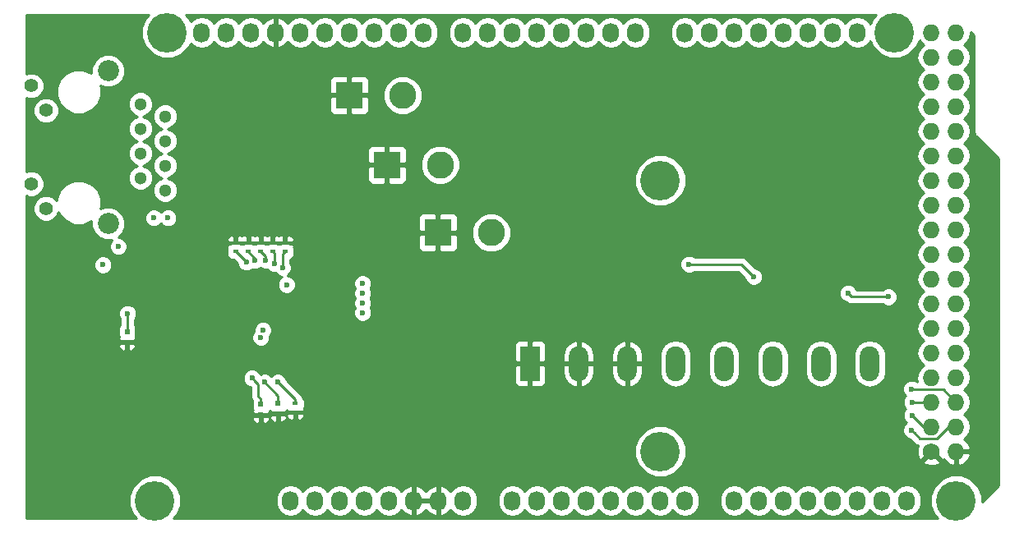
<source format=gbr>
G04 #@! TF.GenerationSoftware,KiCad,Pcbnew,(5.0.2)-1*
G04 #@! TF.CreationDate,2019-06-14T17:16:18-02:30*
G04 #@! TF.ProjectId,arduinoShield,61726475-696e-46f5-9368-69656c642e6b,rev?*
G04 #@! TF.SameCoordinates,Original*
G04 #@! TF.FileFunction,Copper,L4,Bot*
G04 #@! TF.FilePolarity,Positive*
%FSLAX46Y46*%
G04 Gerber Fmt 4.6, Leading zero omitted, Abs format (unit mm)*
G04 Created by KiCad (PCBNEW (5.0.2)-1) date 6/14/2019 5:16:18 PM*
%MOMM*%
%LPD*%
G01*
G04 APERTURE LIST*
G04 #@! TA.AperFunction,ComponentPad*
%ADD10C,1.727200*%
G04 #@! TD*
G04 #@! TA.AperFunction,ComponentPad*
%ADD11O,1.727200X1.727200*%
G04 #@! TD*
G04 #@! TA.AperFunction,ComponentPad*
%ADD12O,1.727200X2.032000*%
G04 #@! TD*
G04 #@! TA.AperFunction,ComponentPad*
%ADD13C,4.064000*%
G04 #@! TD*
G04 #@! TA.AperFunction,SMDPad,CuDef*
%ADD14R,0.500000X0.600000*%
G04 #@! TD*
G04 #@! TA.AperFunction,SMDPad,CuDef*
%ADD15R,0.600000X0.400000*%
G04 #@! TD*
G04 #@! TA.AperFunction,ComponentPad*
%ADD16C,1.408000*%
G04 #@! TD*
G04 #@! TA.AperFunction,ComponentPad*
%ADD17C,2.184400*%
G04 #@! TD*
G04 #@! TA.AperFunction,ComponentPad*
%ADD18C,1.300000*%
G04 #@! TD*
G04 #@! TA.AperFunction,ComponentPad*
%ADD19C,2.800000*%
G04 #@! TD*
G04 #@! TA.AperFunction,ComponentPad*
%ADD20R,2.800000X2.800000*%
G04 #@! TD*
G04 #@! TA.AperFunction,ComponentPad*
%ADD21O,2.000000X3.600000*%
G04 #@! TD*
G04 #@! TA.AperFunction,ComponentPad*
%ADD22R,2.000000X3.600000*%
G04 #@! TD*
G04 #@! TA.AperFunction,ViaPad*
%ADD23C,0.600000*%
G04 #@! TD*
G04 #@! TA.AperFunction,Conductor*
%ADD24C,0.250000*%
G04 #@! TD*
G04 #@! TA.AperFunction,Conductor*
%ADD25C,0.254000*%
G04 #@! TD*
G04 APERTURE END LIST*
D10*
G04 #@! TO.P,P1,1*
G04 #@! TO.N,GND*
X144108000Y-142296000D03*
D11*
G04 #@! TO.P,P1,2*
X146648000Y-142296000D03*
G04 #@! TO.P,P1,3*
G04 #@! TO.N,NETW_SCLK*
X144108000Y-139756000D03*
G04 #@! TO.P,P1,4*
G04 #@! TO.N,NETW_SS*
X146648000Y-139756000D03*
G04 #@! TO.P,P1,5*
G04 #@! TO.N,NETW_MISO*
X144108000Y-137216000D03*
G04 #@! TO.P,P1,6*
G04 #@! TO.N,NETW_MOSI*
X146648000Y-137216000D03*
G04 #@! TO.P,P1,7*
G04 #@! TO.N,/48*
X144108000Y-134676000D03*
G04 #@! TO.P,P1,8*
G04 #@! TO.N,/49*
X146648000Y-134676000D03*
G04 #@! TO.P,P1,9*
G04 #@! TO.N,/46*
X144108000Y-132136000D03*
G04 #@! TO.P,P1,10*
G04 #@! TO.N,/47*
X146648000Y-132136000D03*
G04 #@! TO.P,P1,11*
G04 #@! TO.N,/44*
X144108000Y-129596000D03*
G04 #@! TO.P,P1,12*
G04 #@! TO.N,/45*
X146648000Y-129596000D03*
G04 #@! TO.P,P1,13*
G04 #@! TO.N,/42*
X144108000Y-127056000D03*
G04 #@! TO.P,P1,14*
G04 #@! TO.N,/43*
X146648000Y-127056000D03*
G04 #@! TO.P,P1,15*
G04 #@! TO.N,/40*
X144108000Y-124516000D03*
G04 #@! TO.P,P1,16*
G04 #@! TO.N,/41*
X146648000Y-124516000D03*
G04 #@! TO.P,P1,17*
G04 #@! TO.N,/38*
X144108000Y-121976000D03*
G04 #@! TO.P,P1,18*
G04 #@! TO.N,/39*
X146648000Y-121976000D03*
G04 #@! TO.P,P1,19*
G04 #@! TO.N,/36*
X144108000Y-119436000D03*
G04 #@! TO.P,P1,20*
G04 #@! TO.N,/37*
X146648000Y-119436000D03*
G04 #@! TO.P,P1,21*
G04 #@! TO.N,/34*
X144108000Y-116896000D03*
G04 #@! TO.P,P1,22*
G04 #@! TO.N,/35*
X146648000Y-116896000D03*
G04 #@! TO.P,P1,23*
G04 #@! TO.N,/32*
X144108000Y-114356000D03*
G04 #@! TO.P,P1,24*
G04 #@! TO.N,/33*
X146648000Y-114356000D03*
G04 #@! TO.P,P1,25*
G04 #@! TO.N,/30*
X144108000Y-111816000D03*
G04 #@! TO.P,P1,26*
G04 #@! TO.N,/31*
X146648000Y-111816000D03*
G04 #@! TO.P,P1,27*
G04 #@! TO.N,/28*
X144108000Y-109276000D03*
G04 #@! TO.P,P1,28*
G04 #@! TO.N,/29*
X146648000Y-109276000D03*
G04 #@! TO.P,P1,29*
G04 #@! TO.N,/26*
X144108000Y-106736000D03*
G04 #@! TO.P,P1,30*
G04 #@! TO.N,/27*
X146648000Y-106736000D03*
G04 #@! TO.P,P1,31*
G04 #@! TO.N,/24*
X144108000Y-104196000D03*
G04 #@! TO.P,P1,32*
G04 #@! TO.N,/25*
X146648000Y-104196000D03*
G04 #@! TO.P,P1,33*
G04 #@! TO.N,/22*
X144108000Y-101656000D03*
G04 #@! TO.P,P1,34*
G04 #@! TO.N,/23*
X146648000Y-101656000D03*
G04 #@! TO.P,P1,35*
G04 #@! TO.N,+5V*
X144108000Y-99116000D03*
G04 #@! TO.P,P1,36*
X146648000Y-99116000D03*
G04 #@! TD*
D12*
G04 #@! TO.P,P2,1*
G04 #@! TO.N,Net-(P2-Pad1)*
X78068000Y-147376000D03*
G04 #@! TO.P,P2,2*
G04 #@! TO.N,/IOREF*
X80608000Y-147376000D03*
G04 #@! TO.P,P2,3*
G04 #@! TO.N,NETW_RST_L*
X83148000Y-147376000D03*
G04 #@! TO.P,P2,4*
G04 #@! TO.N,+3V3*
X85688000Y-147376000D03*
G04 #@! TO.P,P2,5*
G04 #@! TO.N,Net-(P2-Pad5)*
X88228000Y-147376000D03*
G04 #@! TO.P,P2,6*
G04 #@! TO.N,GND*
X90768000Y-147376000D03*
G04 #@! TO.P,P2,7*
X93308000Y-147376000D03*
G04 #@! TO.P,P2,8*
G04 #@! TO.N,/Vin*
X95848000Y-147376000D03*
G04 #@! TD*
G04 #@! TO.P,P3,1*
G04 #@! TO.N,/A0*
X100928000Y-147376000D03*
G04 #@! TO.P,P3,2*
G04 #@! TO.N,/A1*
X103468000Y-147376000D03*
G04 #@! TO.P,P3,3*
G04 #@! TO.N,/A2*
X106008000Y-147376000D03*
G04 #@! TO.P,P3,4*
G04 #@! TO.N,/A3*
X108548000Y-147376000D03*
G04 #@! TO.P,P3,5*
G04 #@! TO.N,/A4*
X111088000Y-147376000D03*
G04 #@! TO.P,P3,6*
G04 #@! TO.N,/A5*
X113628000Y-147376000D03*
G04 #@! TO.P,P3,7*
G04 #@! TO.N,/A6*
X116168000Y-147376000D03*
G04 #@! TO.P,P3,8*
G04 #@! TO.N,/A7*
X118708000Y-147376000D03*
G04 #@! TD*
G04 #@! TO.P,P4,1*
G04 #@! TO.N,/A8*
X123788000Y-147376000D03*
G04 #@! TO.P,P4,2*
G04 #@! TO.N,/A9*
X126328000Y-147376000D03*
G04 #@! TO.P,P4,3*
G04 #@! TO.N,/A10*
X128868000Y-147376000D03*
G04 #@! TO.P,P4,4*
G04 #@! TO.N,/A11*
X131408000Y-147376000D03*
G04 #@! TO.P,P4,5*
G04 #@! TO.N,/A12*
X133948000Y-147376000D03*
G04 #@! TO.P,P4,6*
G04 #@! TO.N,/A13*
X136488000Y-147376000D03*
G04 #@! TO.P,P4,7*
G04 #@! TO.N,/A14*
X139028000Y-147376000D03*
G04 #@! TO.P,P4,8*
G04 #@! TO.N,/A15*
X141568000Y-147376000D03*
G04 #@! TD*
G04 #@! TO.P,P5,1*
G04 #@! TO.N,/SCL*
X68924000Y-99116000D03*
G04 #@! TO.P,P5,2*
G04 #@! TO.N,/SDA*
X71464000Y-99116000D03*
G04 #@! TO.P,P5,3*
G04 #@! TO.N,/AREF*
X74004000Y-99116000D03*
G04 #@! TO.P,P5,4*
G04 #@! TO.N,GND*
X76544000Y-99116000D03*
G04 #@! TO.P,P5,5*
G04 #@! TO.N,/13(\002A\002A)*
X79084000Y-99116000D03*
G04 #@! TO.P,P5,6*
G04 #@! TO.N,/12(\002A\002A)*
X81624000Y-99116000D03*
G04 #@! TO.P,P5,7*
G04 #@! TO.N,/11(\002A\002A)*
X84164000Y-99116000D03*
G04 #@! TO.P,P5,8*
G04 #@! TO.N,/10(\002A\002A)*
X86704000Y-99116000D03*
G04 #@! TO.P,P5,9*
G04 #@! TO.N,/9(\002A\002A)*
X89244000Y-99116000D03*
G04 #@! TO.P,P5,10*
G04 #@! TO.N,/8(\002A\002A)*
X91784000Y-99116000D03*
G04 #@! TD*
G04 #@! TO.P,P6,1*
G04 #@! TO.N,/7(\002A\002A)*
X95848000Y-99116000D03*
G04 #@! TO.P,P6,2*
G04 #@! TO.N,/6(\002A\002A)*
X98388000Y-99116000D03*
G04 #@! TO.P,P6,3*
G04 #@! TO.N,/5(\002A\002A)*
X100928000Y-99116000D03*
G04 #@! TO.P,P6,4*
G04 #@! TO.N,/4(\002A\002A)*
X103468000Y-99116000D03*
G04 #@! TO.P,P6,5*
G04 #@! TO.N,/3(\002A\002A)*
X106008000Y-99116000D03*
G04 #@! TO.P,P6,6*
G04 #@! TO.N,/2(\002A\002A)*
X108548000Y-99116000D03*
G04 #@! TO.P,P6,7*
G04 #@! TO.N,/1(Tx0)*
X111088000Y-99116000D03*
G04 #@! TO.P,P6,8*
G04 #@! TO.N,/0(Rx0)*
X113628000Y-99116000D03*
G04 #@! TD*
G04 #@! TO.P,P7,1*
G04 #@! TO.N,/14(Tx3)*
X118708000Y-99116000D03*
G04 #@! TO.P,P7,2*
G04 #@! TO.N,/15(Rx3)*
X121248000Y-99116000D03*
G04 #@! TO.P,P7,3*
G04 #@! TO.N,/16(Tx2)*
X123788000Y-99116000D03*
G04 #@! TO.P,P7,4*
G04 #@! TO.N,/17(Rx2)*
X126328000Y-99116000D03*
G04 #@! TO.P,P7,5*
G04 #@! TO.N,/18(Tx1)*
X128868000Y-99116000D03*
G04 #@! TO.P,P7,6*
G04 #@! TO.N,/19(Rx1)*
X131408000Y-99116000D03*
G04 #@! TO.P,P7,7*
G04 #@! TO.N,/20(SDA)*
X133948000Y-99116000D03*
G04 #@! TO.P,P7,8*
G04 #@! TO.N,/21(SCL)*
X136488000Y-99116000D03*
G04 #@! TD*
D13*
G04 #@! TO.P,P8,1*
G04 #@! TO.N,Net-(P8-Pad1)*
X64098000Y-147376000D03*
G04 #@! TD*
G04 #@! TO.P,P9,1*
G04 #@! TO.N,Net-(P9-Pad1)*
X116168000Y-142296000D03*
G04 #@! TD*
G04 #@! TO.P,P10,1*
G04 #@! TO.N,Net-(P10-Pad1)*
X146648000Y-147376000D03*
G04 #@! TD*
G04 #@! TO.P,P11,1*
G04 #@! TO.N,Net-(P11-Pad1)*
X65368000Y-99116000D03*
G04 #@! TD*
G04 #@! TO.P,P12,1*
G04 #@! TO.N,Net-(P12-Pad1)*
X116168000Y-114356000D03*
G04 #@! TD*
G04 #@! TO.P,P13,1*
G04 #@! TO.N,Net-(P13-Pad1)*
X140298000Y-99116000D03*
G04 #@! TD*
D14*
G04 #@! TO.P,C4,2*
G04 #@! TO.N,GND*
X75020000Y-138528000D03*
G04 #@! TO.P,C4,1*
G04 #@! TO.N,/wiznet/REF_CAP*
X75020000Y-137428000D03*
G04 #@! TD*
G04 #@! TO.P,C6,1*
G04 #@! TO.N,/wiznet/1V20*
X76780000Y-137300000D03*
G04 #@! TO.P,C6,2*
G04 #@! TO.N,GND*
X76780000Y-138400000D03*
G04 #@! TD*
G04 #@! TO.P,C12,2*
G04 #@! TO.N,Net-(C12-Pad2)*
X61240000Y-129940000D03*
G04 #@! TO.P,C12,1*
G04 #@! TO.N,GND*
X61240000Y-131040000D03*
G04 #@! TD*
D15*
G04 #@! TO.P,R10,2*
G04 #@! TO.N,GND*
X78570000Y-138270000D03*
G04 #@! TO.P,R10,1*
G04 #@! TO.N,/wiznet/RSVD0*
X78570000Y-137370000D03*
G04 #@! TD*
G04 #@! TO.P,R11,1*
G04 #@! TO.N,/wiznet/RSVD1*
X77516000Y-121710000D03*
G04 #@! TO.P,R11,2*
G04 #@! TO.N,GND*
X77516000Y-120810000D03*
G04 #@! TD*
G04 #@! TO.P,R12,2*
G04 #@! TO.N,GND*
X76246000Y-120810000D03*
G04 #@! TO.P,R12,1*
G04 #@! TO.N,/wiznet/RSVD2*
X76246000Y-121710000D03*
G04 #@! TD*
G04 #@! TO.P,R13,1*
G04 #@! TO.N,/wiznet/RSVD3*
X74990000Y-121710000D03*
G04 #@! TO.P,R13,2*
G04 #@! TO.N,GND*
X74990000Y-120810000D03*
G04 #@! TD*
G04 #@! TO.P,R14,2*
G04 #@! TO.N,GND*
X73720000Y-120810000D03*
G04 #@! TO.P,R14,1*
G04 #@! TO.N,/wiznet/RSVD4*
X73720000Y-121710000D03*
G04 #@! TD*
G04 #@! TO.P,R15,1*
G04 #@! TO.N,/wiznet/RSVD5*
X72430000Y-121710000D03*
G04 #@! TO.P,R15,2*
G04 #@! TO.N,GND*
X72430000Y-120810000D03*
G04 #@! TD*
D16*
G04 #@! TO.P,P14,L2*
G04 #@! TO.N,/wiznet/LINK_LED_R*
X51360870Y-114713620D03*
G04 #@! TO.P,P14,L3*
G04 #@! TO.N,3V3_WIZ*
X52880870Y-107143620D03*
G04 #@! TO.P,P14,L4*
G04 #@! TO.N,/wiznet/ACT_LED_R*
X51360370Y-104605470D03*
G04 #@! TO.P,P14,L1*
G04 #@! TO.N,3V3_WIZ*
X52880370Y-117255470D03*
D17*
G04 #@! TO.P,P14,SH*
G04 #@! TO.N,Net-(FB2-Pad1)*
X59308960Y-118804210D03*
X59308960Y-103054210D03*
D18*
G04 #@! TO.P,P14,R1*
G04 #@! TO.N,/wiznet/TX_R_P*
X62608960Y-106484210D03*
G04 #@! TO.P,P14,R2*
G04 #@! TO.N,/wiznet/TX_R_N*
X65148960Y-107754210D03*
G04 #@! TO.P,P14,R3*
G04 #@! TO.N,Net-(C15-Pad2)*
X62608960Y-109024210D03*
G04 #@! TO.P,P14,R4*
G04 #@! TO.N,Net-(P14-PadR4)*
X65148960Y-110294209D03*
G04 #@! TO.P,P14,R5*
G04 #@! TO.N,Net-(P14-PadR5)*
X62608960Y-111564209D03*
G04 #@! TO.P,P14,R6*
G04 #@! TO.N,Net-(P14-PadR6)*
X65148960Y-112834210D03*
G04 #@! TO.P,P14,R7*
G04 #@! TO.N,/wiznet/RX_C_P*
X62608960Y-114104210D03*
G04 #@! TO.P,P14,R8*
G04 #@! TO.N,/wiznet/RX_C_N*
X65148960Y-115374210D03*
G04 #@! TD*
D19*
G04 #@! TO.P,J1,2*
G04 #@! TO.N,Net-(J1-Pad2)*
X89620000Y-105580000D03*
D20*
G04 #@! TO.P,J1,1*
G04 #@! TO.N,GND*
X84120000Y-105580000D03*
G04 #@! TD*
G04 #@! TO.P,J2,1*
G04 #@! TO.N,GND*
X88000000Y-112750000D03*
D19*
G04 #@! TO.P,J2,2*
G04 #@! TO.N,Net-(J2-Pad2)*
X93500000Y-112750000D03*
G04 #@! TD*
G04 #@! TO.P,J3,2*
G04 #@! TO.N,/19(Rx1)*
X98750000Y-119750000D03*
D20*
G04 #@! TO.P,J3,1*
G04 #@! TO.N,GND*
X93250000Y-119750000D03*
G04 #@! TD*
D21*
G04 #@! TO.P,J4,8*
G04 #@! TO.N,Net-(J4-Pad8)*
X137750000Y-133250000D03*
G04 #@! TO.P,J4,7*
G04 #@! TO.N,/A8*
X132750000Y-133250000D03*
G04 #@! TO.P,J4,6*
G04 #@! TO.N,/A4*
X127750000Y-133250000D03*
G04 #@! TO.P,J4,5*
G04 #@! TO.N,/A3*
X122750000Y-133250000D03*
G04 #@! TO.P,J4,4*
G04 #@! TO.N,/A2*
X117750000Y-133250000D03*
G04 #@! TO.P,J4,3*
G04 #@! TO.N,GND*
X112750000Y-133250000D03*
G04 #@! TO.P,J4,2*
X107750000Y-133250000D03*
D22*
G04 #@! TO.P,J4,1*
X102750000Y-133250000D03*
G04 #@! TD*
D23*
G04 #@! TO.N,GND*
X72130000Y-135090000D03*
X73720000Y-135790000D03*
X64450000Y-134070000D03*
X84210000Y-135150000D03*
X96740000Y-137770000D03*
X91910000Y-136670000D03*
X54815893Y-123714854D03*
X74150000Y-116060000D03*
X69970000Y-134880000D03*
X75920000Y-139740000D03*
X70580000Y-139670000D03*
X79460000Y-130260000D03*
X116230000Y-122760000D03*
X109980000Y-112750000D03*
X97920000Y-106890000D03*
X120830000Y-107650000D03*
X57370000Y-98240000D03*
X65960000Y-125500000D03*
X70000000Y-123550000D03*
X63330000Y-130770000D03*
X139425329Y-115950000D03*
X137175000Y-105800000D03*
X132250000Y-139750000D03*
G04 #@! TO.N,+5V*
X119130000Y-123000000D03*
X139675000Y-126375000D03*
X135500000Y-125975000D03*
X125800000Y-124300000D03*
G04 #@! TO.N,/wiznet/REF_CAP*
X74110000Y-134740000D03*
G04 #@! TO.N,/wiznet/1V20*
X75380000Y-135180000D03*
G04 #@! TO.N,Net-(C12-Pad2)*
X61280000Y-128080000D03*
G04 #@! TO.N,NETW_SCLK*
X142100000Y-138570000D03*
X85500000Y-127000000D03*
G04 #@! TO.N,NETW_SS*
X142040000Y-140110000D03*
X85500000Y-128000000D03*
G04 #@! TO.N,NETW_MISO*
X142094000Y-137216000D03*
X85500000Y-126000000D03*
G04 #@! TO.N,NETW_MOSI*
X142080000Y-135870000D03*
X85500000Y-125000000D03*
G04 #@! TO.N,/wiznet/LINK_LED*
X58750000Y-123070000D03*
X75010000Y-130570000D03*
G04 #@! TO.N,/wiznet/ACT_LED*
X60340000Y-121180000D03*
X75240000Y-129790000D03*
G04 #@! TO.N,/wiznet/RSVD0*
X76760000Y-135140000D03*
G04 #@! TO.N,/wiznet/RSVD1*
X77260000Y-123370000D03*
G04 #@! TO.N,/wiznet/TX_R_P*
X63980000Y-118240000D03*
G04 #@! TO.N,/wiznet/TX_R_N*
X65450000Y-118240000D03*
G04 #@! TO.N,/wiznet/RSVD2*
X76460000Y-122970000D03*
G04 #@! TO.N,/wiznet/RSVD3*
X75470000Y-122590000D03*
G04 #@! TO.N,/wiznet/RSVD4*
X74430000Y-122610000D03*
G04 #@! TO.N,/wiznet/RSVD5*
X73530000Y-122800000D03*
G04 #@! TO.N,NETW_RST_L*
X77670000Y-125120000D03*
G04 #@! TD*
D24*
G04 #@! TO.N,+5V*
X120234000Y-122990000D02*
X119210000Y-122990000D01*
X135900000Y-126375000D02*
X135799999Y-126274999D01*
X135799999Y-126274999D02*
X135500000Y-125975000D01*
X139675000Y-126375000D02*
X135900000Y-126375000D01*
X124500000Y-123000000D02*
X119130000Y-123000000D01*
X125800000Y-124300000D02*
X124500000Y-123000000D01*
G04 #@! TO.N,/wiznet/REF_CAP*
X75020000Y-136878000D02*
X75020000Y-137428000D01*
X74409999Y-135039999D02*
X74110000Y-134740000D01*
X74754999Y-136612999D02*
X74754999Y-135384999D01*
X74754999Y-135384999D02*
X74409999Y-135039999D01*
X75020000Y-136878000D02*
X74754999Y-136612999D01*
G04 #@! TO.N,/wiznet/1V20*
X76780000Y-136580000D02*
X75380000Y-135180000D01*
X76780000Y-137300000D02*
X76780000Y-136580000D01*
G04 #@! TO.N,Net-(C12-Pad2)*
X61240000Y-128120000D02*
X61280000Y-128080000D01*
X61240000Y-129940000D02*
X61240000Y-128120000D01*
G04 #@! TO.N,NETW_SCLK*
X143286000Y-139756000D02*
X142100000Y-138570000D01*
X144108000Y-139756000D02*
X143286000Y-139756000D01*
G04 #@! TO.N,NETW_SS*
X142339999Y-140409999D02*
X142040000Y-140110000D01*
X142874601Y-140944601D02*
X142339999Y-140409999D01*
X144678529Y-140944601D02*
X142874601Y-140944601D01*
X145867130Y-139756000D02*
X144678529Y-140944601D01*
X146648000Y-139756000D02*
X145867130Y-139756000D01*
G04 #@! TO.N,NETW_MISO*
X144108000Y-137216000D02*
X142094000Y-137216000D01*
X142094000Y-137216000D02*
X142090000Y-137220000D01*
G04 #@! TO.N,NETW_MOSI*
X146648000Y-137216000D02*
X145302000Y-135870000D01*
X145302000Y-135870000D02*
X142080000Y-135870000D01*
G04 #@! TO.N,/wiznet/RSVD0*
X76790000Y-135140000D02*
X76760000Y-135140000D01*
X78570000Y-136920000D02*
X76790000Y-135140000D01*
X78570000Y-137370000D02*
X78570000Y-136920000D01*
G04 #@! TO.N,/wiznet/RSVD1*
X77260000Y-121966000D02*
X77516000Y-121710000D01*
X77260000Y-123370000D02*
X77260000Y-121966000D01*
G04 #@! TO.N,/wiznet/RSVD2*
X76460000Y-121924000D02*
X76246000Y-121710000D01*
X76460000Y-122970000D02*
X76460000Y-121924000D01*
G04 #@! TO.N,/wiznet/RSVD3*
X75470000Y-122190000D02*
X74990000Y-121710000D01*
X75470000Y-122590000D02*
X75470000Y-122190000D01*
G04 #@! TO.N,/wiznet/RSVD4*
X74430000Y-122420000D02*
X73720000Y-121710000D01*
X74430000Y-122610000D02*
X74430000Y-122420000D01*
G04 #@! TO.N,/wiznet/RSVD5*
X73520000Y-122800000D02*
X72430000Y-121710000D01*
X73530000Y-122800000D02*
X73520000Y-122800000D01*
G04 #@! TD*
D25*
G04 #@! TO.N,GND*
G36*
X63107026Y-97605266D02*
X62701000Y-98585501D01*
X62701000Y-99646499D01*
X63107026Y-100626734D01*
X63857266Y-101376974D01*
X64837501Y-101783000D01*
X65898499Y-101783000D01*
X66878734Y-101376974D01*
X67628974Y-100626734D01*
X67782156Y-100256918D01*
X67843570Y-100348830D01*
X68339276Y-100680050D01*
X68924000Y-100796359D01*
X69508725Y-100680050D01*
X70004430Y-100348830D01*
X70194000Y-100065119D01*
X70383570Y-100348830D01*
X70879276Y-100680050D01*
X71464000Y-100796359D01*
X72048725Y-100680050D01*
X72544430Y-100348830D01*
X72734000Y-100065119D01*
X72923570Y-100348830D01*
X73419276Y-100680050D01*
X74004000Y-100796359D01*
X74588725Y-100680050D01*
X75084430Y-100348830D01*
X75277909Y-100059267D01*
X75641964Y-100466732D01*
X76169209Y-100720709D01*
X76184974Y-100723358D01*
X76417000Y-100602217D01*
X76417000Y-99243000D01*
X76397000Y-99243000D01*
X76397000Y-98989000D01*
X76417000Y-98989000D01*
X76417000Y-97629783D01*
X76671000Y-97629783D01*
X76671000Y-98989000D01*
X76691000Y-98989000D01*
X76691000Y-99243000D01*
X76671000Y-99243000D01*
X76671000Y-100602217D01*
X76903026Y-100723358D01*
X76918791Y-100720709D01*
X77446036Y-100466732D01*
X77810090Y-100059268D01*
X78003570Y-100348830D01*
X78499276Y-100680050D01*
X79084000Y-100796359D01*
X79668725Y-100680050D01*
X80164430Y-100348830D01*
X80354000Y-100065119D01*
X80543570Y-100348830D01*
X81039276Y-100680050D01*
X81624000Y-100796359D01*
X82208725Y-100680050D01*
X82704430Y-100348830D01*
X82894000Y-100065119D01*
X83083570Y-100348830D01*
X83579276Y-100680050D01*
X84164000Y-100796359D01*
X84748725Y-100680050D01*
X85244430Y-100348830D01*
X85434000Y-100065119D01*
X85623570Y-100348830D01*
X86119276Y-100680050D01*
X86704000Y-100796359D01*
X87288725Y-100680050D01*
X87784430Y-100348830D01*
X87974000Y-100065119D01*
X88163570Y-100348830D01*
X88659276Y-100680050D01*
X89244000Y-100796359D01*
X89828725Y-100680050D01*
X90324430Y-100348830D01*
X90514000Y-100065119D01*
X90703570Y-100348830D01*
X91199276Y-100680050D01*
X91784000Y-100796359D01*
X92368725Y-100680050D01*
X92864430Y-100348830D01*
X93195650Y-99853124D01*
X93282600Y-99415997D01*
X93282600Y-98816003D01*
X94349400Y-98816003D01*
X94349400Y-99415998D01*
X94436350Y-99853125D01*
X94767570Y-100348830D01*
X95263276Y-100680050D01*
X95848000Y-100796359D01*
X96432725Y-100680050D01*
X96928430Y-100348830D01*
X97118000Y-100065119D01*
X97307570Y-100348830D01*
X97803276Y-100680050D01*
X98388000Y-100796359D01*
X98972725Y-100680050D01*
X99468430Y-100348830D01*
X99658000Y-100065119D01*
X99847570Y-100348830D01*
X100343276Y-100680050D01*
X100928000Y-100796359D01*
X101512725Y-100680050D01*
X102008430Y-100348830D01*
X102198000Y-100065119D01*
X102387570Y-100348830D01*
X102883276Y-100680050D01*
X103468000Y-100796359D01*
X104052725Y-100680050D01*
X104548430Y-100348830D01*
X104738000Y-100065119D01*
X104927570Y-100348830D01*
X105423276Y-100680050D01*
X106008000Y-100796359D01*
X106592725Y-100680050D01*
X107088430Y-100348830D01*
X107278000Y-100065119D01*
X107467570Y-100348830D01*
X107963276Y-100680050D01*
X108548000Y-100796359D01*
X109132725Y-100680050D01*
X109628430Y-100348830D01*
X109818000Y-100065119D01*
X110007570Y-100348830D01*
X110503276Y-100680050D01*
X111088000Y-100796359D01*
X111672725Y-100680050D01*
X112168430Y-100348830D01*
X112358000Y-100065119D01*
X112547570Y-100348830D01*
X113043276Y-100680050D01*
X113628000Y-100796359D01*
X114212725Y-100680050D01*
X114708430Y-100348830D01*
X115039650Y-99853124D01*
X115126600Y-99415997D01*
X115126600Y-98816002D01*
X115039650Y-98378875D01*
X114708430Y-97883170D01*
X114212724Y-97551950D01*
X113628000Y-97435641D01*
X113043275Y-97551950D01*
X112547570Y-97883170D01*
X112358000Y-98166881D01*
X112168430Y-97883170D01*
X111672724Y-97551950D01*
X111088000Y-97435641D01*
X110503275Y-97551950D01*
X110007570Y-97883170D01*
X109818000Y-98166881D01*
X109628430Y-97883170D01*
X109132724Y-97551950D01*
X108548000Y-97435641D01*
X107963275Y-97551950D01*
X107467570Y-97883170D01*
X107278000Y-98166881D01*
X107088430Y-97883170D01*
X106592724Y-97551950D01*
X106008000Y-97435641D01*
X105423275Y-97551950D01*
X104927570Y-97883170D01*
X104738000Y-98166881D01*
X104548430Y-97883170D01*
X104052724Y-97551950D01*
X103468000Y-97435641D01*
X102883275Y-97551950D01*
X102387570Y-97883170D01*
X102198000Y-98166881D01*
X102008430Y-97883170D01*
X101512724Y-97551950D01*
X100928000Y-97435641D01*
X100343275Y-97551950D01*
X99847570Y-97883170D01*
X99658000Y-98166881D01*
X99468430Y-97883170D01*
X98972724Y-97551950D01*
X98388000Y-97435641D01*
X97803275Y-97551950D01*
X97307570Y-97883170D01*
X97118000Y-98166881D01*
X96928430Y-97883170D01*
X96432724Y-97551950D01*
X95848000Y-97435641D01*
X95263275Y-97551950D01*
X94767570Y-97883170D01*
X94436350Y-98378876D01*
X94349400Y-98816003D01*
X93282600Y-98816003D01*
X93282600Y-98816002D01*
X93195650Y-98378875D01*
X92864430Y-97883170D01*
X92368724Y-97551950D01*
X91784000Y-97435641D01*
X91199275Y-97551950D01*
X90703570Y-97883170D01*
X90514000Y-98166881D01*
X90324430Y-97883170D01*
X89828724Y-97551950D01*
X89244000Y-97435641D01*
X88659275Y-97551950D01*
X88163570Y-97883170D01*
X87974000Y-98166881D01*
X87784430Y-97883170D01*
X87288724Y-97551950D01*
X86704000Y-97435641D01*
X86119275Y-97551950D01*
X85623570Y-97883170D01*
X85434000Y-98166881D01*
X85244430Y-97883170D01*
X84748724Y-97551950D01*
X84164000Y-97435641D01*
X83579275Y-97551950D01*
X83083570Y-97883170D01*
X82894000Y-98166881D01*
X82704430Y-97883170D01*
X82208724Y-97551950D01*
X81624000Y-97435641D01*
X81039275Y-97551950D01*
X80543570Y-97883170D01*
X80354000Y-98166881D01*
X80164430Y-97883170D01*
X79668724Y-97551950D01*
X79084000Y-97435641D01*
X78499275Y-97551950D01*
X78003570Y-97883170D01*
X77810091Y-98172733D01*
X77446036Y-97765268D01*
X76918791Y-97511291D01*
X76903026Y-97508642D01*
X76671000Y-97629783D01*
X76417000Y-97629783D01*
X76184974Y-97508642D01*
X76169209Y-97511291D01*
X75641964Y-97765268D01*
X75277910Y-98172732D01*
X75084430Y-97883170D01*
X74588724Y-97551950D01*
X74004000Y-97435641D01*
X73419275Y-97551950D01*
X72923570Y-97883170D01*
X72734000Y-98166881D01*
X72544430Y-97883170D01*
X72048724Y-97551950D01*
X71464000Y-97435641D01*
X70879275Y-97551950D01*
X70383570Y-97883170D01*
X70194000Y-98166881D01*
X70004430Y-97883170D01*
X69508724Y-97551950D01*
X68924000Y-97435641D01*
X68339275Y-97551950D01*
X67843570Y-97883170D01*
X67782156Y-97975082D01*
X67628974Y-97605266D01*
X67309708Y-97286000D01*
X138356292Y-97286000D01*
X138037026Y-97605266D01*
X137786642Y-98209747D01*
X137568430Y-97883170D01*
X137072724Y-97551950D01*
X136488000Y-97435641D01*
X135903275Y-97551950D01*
X135407570Y-97883170D01*
X135218000Y-98166881D01*
X135028430Y-97883170D01*
X134532724Y-97551950D01*
X133948000Y-97435641D01*
X133363275Y-97551950D01*
X132867570Y-97883170D01*
X132678000Y-98166881D01*
X132488430Y-97883170D01*
X131992724Y-97551950D01*
X131408000Y-97435641D01*
X130823275Y-97551950D01*
X130327570Y-97883170D01*
X130138000Y-98166881D01*
X129948430Y-97883170D01*
X129452724Y-97551950D01*
X128868000Y-97435641D01*
X128283275Y-97551950D01*
X127787570Y-97883170D01*
X127598000Y-98166881D01*
X127408430Y-97883170D01*
X126912724Y-97551950D01*
X126328000Y-97435641D01*
X125743275Y-97551950D01*
X125247570Y-97883170D01*
X125058000Y-98166881D01*
X124868430Y-97883170D01*
X124372724Y-97551950D01*
X123788000Y-97435641D01*
X123203275Y-97551950D01*
X122707570Y-97883170D01*
X122518000Y-98166881D01*
X122328430Y-97883170D01*
X121832724Y-97551950D01*
X121248000Y-97435641D01*
X120663275Y-97551950D01*
X120167570Y-97883170D01*
X119978000Y-98166881D01*
X119788430Y-97883170D01*
X119292724Y-97551950D01*
X118708000Y-97435641D01*
X118123275Y-97551950D01*
X117627570Y-97883170D01*
X117296350Y-98378876D01*
X117209400Y-98816003D01*
X117209400Y-99415998D01*
X117296350Y-99853125D01*
X117627570Y-100348830D01*
X118123276Y-100680050D01*
X118708000Y-100796359D01*
X119292725Y-100680050D01*
X119788430Y-100348830D01*
X119978000Y-100065119D01*
X120167570Y-100348830D01*
X120663276Y-100680050D01*
X121248000Y-100796359D01*
X121832725Y-100680050D01*
X122328430Y-100348830D01*
X122518000Y-100065119D01*
X122707570Y-100348830D01*
X123203276Y-100680050D01*
X123788000Y-100796359D01*
X124372725Y-100680050D01*
X124868430Y-100348830D01*
X125058000Y-100065119D01*
X125247570Y-100348830D01*
X125743276Y-100680050D01*
X126328000Y-100796359D01*
X126912725Y-100680050D01*
X127408430Y-100348830D01*
X127598000Y-100065119D01*
X127787570Y-100348830D01*
X128283276Y-100680050D01*
X128868000Y-100796359D01*
X129452725Y-100680050D01*
X129948430Y-100348830D01*
X130138000Y-100065119D01*
X130327570Y-100348830D01*
X130823276Y-100680050D01*
X131408000Y-100796359D01*
X131992725Y-100680050D01*
X132488430Y-100348830D01*
X132678000Y-100065119D01*
X132867570Y-100348830D01*
X133363276Y-100680050D01*
X133948000Y-100796359D01*
X134532725Y-100680050D01*
X135028430Y-100348830D01*
X135218000Y-100065119D01*
X135407570Y-100348830D01*
X135903276Y-100680050D01*
X136488000Y-100796359D01*
X137072725Y-100680050D01*
X137568430Y-100348830D01*
X137786642Y-100022253D01*
X138037026Y-100626734D01*
X138787266Y-101376974D01*
X139767501Y-101783000D01*
X140828499Y-101783000D01*
X141808734Y-101376974D01*
X142558974Y-100626734D01*
X142848327Y-99928174D01*
X143027570Y-100196430D01*
X143311281Y-100386000D01*
X143027570Y-100575570D01*
X142696350Y-101071275D01*
X142580041Y-101656000D01*
X142696350Y-102240725D01*
X143027570Y-102736430D01*
X143311281Y-102926000D01*
X143027570Y-103115570D01*
X142696350Y-103611275D01*
X142580041Y-104196000D01*
X142696350Y-104780725D01*
X143027570Y-105276430D01*
X143311281Y-105466000D01*
X143027570Y-105655570D01*
X142696350Y-106151275D01*
X142580041Y-106736000D01*
X142696350Y-107320725D01*
X143027570Y-107816430D01*
X143311281Y-108006000D01*
X143027570Y-108195570D01*
X142696350Y-108691275D01*
X142580041Y-109276000D01*
X142696350Y-109860725D01*
X143027570Y-110356430D01*
X143311281Y-110546000D01*
X143027570Y-110735570D01*
X142696350Y-111231275D01*
X142580041Y-111816000D01*
X142696350Y-112400725D01*
X143027570Y-112896430D01*
X143311281Y-113086000D01*
X143027570Y-113275570D01*
X142696350Y-113771275D01*
X142580041Y-114356000D01*
X142696350Y-114940725D01*
X143027570Y-115436430D01*
X143311281Y-115626000D01*
X143027570Y-115815570D01*
X142696350Y-116311275D01*
X142580041Y-116896000D01*
X142696350Y-117480725D01*
X143027570Y-117976430D01*
X143311281Y-118166000D01*
X143027570Y-118355570D01*
X142696350Y-118851275D01*
X142580041Y-119436000D01*
X142696350Y-120020725D01*
X143027570Y-120516430D01*
X143311281Y-120706000D01*
X143027570Y-120895570D01*
X142696350Y-121391275D01*
X142580041Y-121976000D01*
X142696350Y-122560725D01*
X143027570Y-123056430D01*
X143311281Y-123246000D01*
X143027570Y-123435570D01*
X142696350Y-123931275D01*
X142580041Y-124516000D01*
X142696350Y-125100725D01*
X143027570Y-125596430D01*
X143311281Y-125786000D01*
X143027570Y-125975570D01*
X142696350Y-126471275D01*
X142580041Y-127056000D01*
X142696350Y-127640725D01*
X143027570Y-128136430D01*
X143311281Y-128326000D01*
X143027570Y-128515570D01*
X142696350Y-129011275D01*
X142580041Y-129596000D01*
X142696350Y-130180725D01*
X143027570Y-130676430D01*
X143311281Y-130866000D01*
X143027570Y-131055570D01*
X142696350Y-131551275D01*
X142580041Y-132136000D01*
X142696350Y-132720725D01*
X143027570Y-133216430D01*
X143311281Y-133406000D01*
X143027570Y-133595570D01*
X142696350Y-134091275D01*
X142580041Y-134676000D01*
X142666369Y-135110000D01*
X142642290Y-135110000D01*
X142609635Y-135077345D01*
X142265983Y-134935000D01*
X141894017Y-134935000D01*
X141550365Y-135077345D01*
X141287345Y-135340365D01*
X141145000Y-135684017D01*
X141145000Y-136055983D01*
X141287345Y-136399635D01*
X141437710Y-136550000D01*
X141301345Y-136686365D01*
X141159000Y-137030017D01*
X141159000Y-137401983D01*
X141301345Y-137745635D01*
X141451710Y-137896000D01*
X141307345Y-138040365D01*
X141165000Y-138384017D01*
X141165000Y-138755983D01*
X141307345Y-139099635D01*
X141520752Y-139313042D01*
X141510365Y-139317345D01*
X141247345Y-139580365D01*
X141105000Y-139924017D01*
X141105000Y-140295983D01*
X141247345Y-140639635D01*
X141510365Y-140902655D01*
X141854017Y-141045000D01*
X141900199Y-141045000D01*
X142284273Y-141429076D01*
X142326672Y-141492530D01*
X142390125Y-141534928D01*
X142390127Y-141534930D01*
X142515503Y-141618703D01*
X142578064Y-141660505D01*
X142733257Y-141691375D01*
X142597752Y-142064030D01*
X142623942Y-142659635D01*
X142801484Y-143088259D01*
X143054195Y-143170200D01*
X143928395Y-142296000D01*
X143914253Y-142281858D01*
X144093858Y-142102253D01*
X144108000Y-142116395D01*
X144122143Y-142102253D01*
X144301748Y-142281858D01*
X144287605Y-142296000D01*
X145161805Y-143170200D01*
X145398510Y-143093449D01*
X145441179Y-143184490D01*
X145873053Y-143578688D01*
X146288974Y-143750958D01*
X146521000Y-143629817D01*
X146521000Y-142423000D01*
X146775000Y-142423000D01*
X146775000Y-143629817D01*
X147007026Y-143750958D01*
X147422947Y-143578688D01*
X147854821Y-143184490D01*
X148102968Y-142655027D01*
X147982469Y-142423000D01*
X146775000Y-142423000D01*
X146521000Y-142423000D01*
X146501000Y-142423000D01*
X146501000Y-142169000D01*
X146521000Y-142169000D01*
X146521000Y-142149000D01*
X146775000Y-142149000D01*
X146775000Y-142169000D01*
X147982469Y-142169000D01*
X148102968Y-141936973D01*
X147854821Y-141407510D01*
X147440174Y-141029037D01*
X147728430Y-140836430D01*
X148059650Y-140340725D01*
X148175959Y-139756000D01*
X148059650Y-139171275D01*
X147728430Y-138675570D01*
X147444719Y-138486000D01*
X147728430Y-138296430D01*
X148059650Y-137800725D01*
X148175959Y-137216000D01*
X148059650Y-136631275D01*
X147728430Y-136135570D01*
X147444719Y-135946000D01*
X147728430Y-135756430D01*
X148059650Y-135260725D01*
X148175959Y-134676000D01*
X148059650Y-134091275D01*
X147728430Y-133595570D01*
X147444719Y-133406000D01*
X147728430Y-133216430D01*
X148059650Y-132720725D01*
X148175959Y-132136000D01*
X148059650Y-131551275D01*
X147728430Y-131055570D01*
X147444719Y-130866000D01*
X147728430Y-130676430D01*
X148059650Y-130180725D01*
X148175959Y-129596000D01*
X148059650Y-129011275D01*
X147728430Y-128515570D01*
X147444719Y-128326000D01*
X147728430Y-128136430D01*
X148059650Y-127640725D01*
X148175959Y-127056000D01*
X148059650Y-126471275D01*
X147728430Y-125975570D01*
X147444719Y-125786000D01*
X147728430Y-125596430D01*
X148059650Y-125100725D01*
X148175959Y-124516000D01*
X148059650Y-123931275D01*
X147728430Y-123435570D01*
X147444719Y-123246000D01*
X147728430Y-123056430D01*
X148059650Y-122560725D01*
X148175959Y-121976000D01*
X148059650Y-121391275D01*
X147728430Y-120895570D01*
X147444719Y-120706000D01*
X147728430Y-120516430D01*
X148059650Y-120020725D01*
X148175959Y-119436000D01*
X148059650Y-118851275D01*
X147728430Y-118355570D01*
X147444719Y-118166000D01*
X147728430Y-117976430D01*
X148059650Y-117480725D01*
X148175959Y-116896000D01*
X148059650Y-116311275D01*
X147728430Y-115815570D01*
X147444719Y-115626000D01*
X147728430Y-115436430D01*
X148059650Y-114940725D01*
X148175959Y-114356000D01*
X148059650Y-113771275D01*
X147728430Y-113275570D01*
X147444719Y-113086000D01*
X147728430Y-112896430D01*
X148059650Y-112400725D01*
X148175959Y-111816000D01*
X148059650Y-111231275D01*
X147728430Y-110735570D01*
X147444719Y-110546000D01*
X147728430Y-110356430D01*
X148059650Y-109860725D01*
X148175959Y-109276000D01*
X148059650Y-108691275D01*
X147728430Y-108195570D01*
X147444719Y-108006000D01*
X147728430Y-107816430D01*
X148059650Y-107320725D01*
X148175959Y-106736000D01*
X148059650Y-106151275D01*
X147728430Y-105655570D01*
X147444719Y-105466000D01*
X147728430Y-105276430D01*
X148059650Y-104780725D01*
X148175959Y-104196000D01*
X148059650Y-103611275D01*
X147728430Y-103115570D01*
X147444719Y-102926000D01*
X147728430Y-102736430D01*
X148059650Y-102240725D01*
X148175959Y-101656000D01*
X148059650Y-101071275D01*
X147728430Y-100575570D01*
X147444719Y-100386000D01*
X147728430Y-100196430D01*
X148059650Y-99700725D01*
X148175959Y-99116000D01*
X148173985Y-99106076D01*
X148478000Y-99410091D01*
X148478001Y-109206071D01*
X148464091Y-109276000D01*
X148519196Y-109553028D01*
X148676120Y-109787881D01*
X148735402Y-109827492D01*
X151018000Y-112110091D01*
X151018001Y-145811908D01*
X149315000Y-147514910D01*
X149315000Y-146845501D01*
X148908974Y-145865266D01*
X148158734Y-145115026D01*
X147178499Y-144709000D01*
X146117501Y-144709000D01*
X145137266Y-145115026D01*
X144387026Y-145865266D01*
X143981000Y-146845501D01*
X143981000Y-147906499D01*
X144387026Y-148886734D01*
X144706292Y-149206000D01*
X66039708Y-149206000D01*
X66358974Y-148886734D01*
X66765000Y-147906499D01*
X66765000Y-147076003D01*
X76569400Y-147076003D01*
X76569400Y-147675998D01*
X76656350Y-148113125D01*
X76987570Y-148608830D01*
X77483276Y-148940050D01*
X78068000Y-149056359D01*
X78652725Y-148940050D01*
X79148430Y-148608830D01*
X79338000Y-148325119D01*
X79527570Y-148608830D01*
X80023276Y-148940050D01*
X80608000Y-149056359D01*
X81192725Y-148940050D01*
X81688430Y-148608830D01*
X81878000Y-148325119D01*
X82067570Y-148608830D01*
X82563276Y-148940050D01*
X83148000Y-149056359D01*
X83732725Y-148940050D01*
X84228430Y-148608830D01*
X84418000Y-148325119D01*
X84607570Y-148608830D01*
X85103276Y-148940050D01*
X85688000Y-149056359D01*
X86272725Y-148940050D01*
X86768430Y-148608830D01*
X86958000Y-148325119D01*
X87147570Y-148608830D01*
X87643276Y-148940050D01*
X88228000Y-149056359D01*
X88812725Y-148940050D01*
X89308430Y-148608830D01*
X89501909Y-148319267D01*
X89865964Y-148726732D01*
X90393209Y-148980709D01*
X90408974Y-148983358D01*
X90641000Y-148862217D01*
X90641000Y-147503000D01*
X90895000Y-147503000D01*
X90895000Y-148862217D01*
X91127026Y-148983358D01*
X91142791Y-148980709D01*
X91670036Y-148726732D01*
X92038000Y-148314892D01*
X92405964Y-148726732D01*
X92933209Y-148980709D01*
X92948974Y-148983358D01*
X93181000Y-148862217D01*
X93181000Y-147503000D01*
X90895000Y-147503000D01*
X90641000Y-147503000D01*
X90621000Y-147503000D01*
X90621000Y-147249000D01*
X90641000Y-147249000D01*
X90641000Y-145889783D01*
X90895000Y-145889783D01*
X90895000Y-147249000D01*
X93181000Y-147249000D01*
X93181000Y-145889783D01*
X93435000Y-145889783D01*
X93435000Y-147249000D01*
X93455000Y-147249000D01*
X93455000Y-147503000D01*
X93435000Y-147503000D01*
X93435000Y-148862217D01*
X93667026Y-148983358D01*
X93682791Y-148980709D01*
X94210036Y-148726732D01*
X94574090Y-148319268D01*
X94767570Y-148608830D01*
X95263276Y-148940050D01*
X95848000Y-149056359D01*
X96432725Y-148940050D01*
X96928430Y-148608830D01*
X97259650Y-148113124D01*
X97346600Y-147675997D01*
X97346600Y-147076003D01*
X99429400Y-147076003D01*
X99429400Y-147675998D01*
X99516350Y-148113125D01*
X99847570Y-148608830D01*
X100343276Y-148940050D01*
X100928000Y-149056359D01*
X101512725Y-148940050D01*
X102008430Y-148608830D01*
X102198000Y-148325119D01*
X102387570Y-148608830D01*
X102883276Y-148940050D01*
X103468000Y-149056359D01*
X104052725Y-148940050D01*
X104548430Y-148608830D01*
X104738000Y-148325119D01*
X104927570Y-148608830D01*
X105423276Y-148940050D01*
X106008000Y-149056359D01*
X106592725Y-148940050D01*
X107088430Y-148608830D01*
X107278000Y-148325119D01*
X107467570Y-148608830D01*
X107963276Y-148940050D01*
X108548000Y-149056359D01*
X109132725Y-148940050D01*
X109628430Y-148608830D01*
X109818000Y-148325119D01*
X110007570Y-148608830D01*
X110503276Y-148940050D01*
X111088000Y-149056359D01*
X111672725Y-148940050D01*
X112168430Y-148608830D01*
X112358000Y-148325119D01*
X112547570Y-148608830D01*
X113043276Y-148940050D01*
X113628000Y-149056359D01*
X114212725Y-148940050D01*
X114708430Y-148608830D01*
X114898000Y-148325119D01*
X115087570Y-148608830D01*
X115583276Y-148940050D01*
X116168000Y-149056359D01*
X116752725Y-148940050D01*
X117248430Y-148608830D01*
X117438000Y-148325119D01*
X117627570Y-148608830D01*
X118123276Y-148940050D01*
X118708000Y-149056359D01*
X119292725Y-148940050D01*
X119788430Y-148608830D01*
X120119650Y-148113124D01*
X120206600Y-147675997D01*
X120206600Y-147076003D01*
X122289400Y-147076003D01*
X122289400Y-147675998D01*
X122376350Y-148113125D01*
X122707570Y-148608830D01*
X123203276Y-148940050D01*
X123788000Y-149056359D01*
X124372725Y-148940050D01*
X124868430Y-148608830D01*
X125058000Y-148325119D01*
X125247570Y-148608830D01*
X125743276Y-148940050D01*
X126328000Y-149056359D01*
X126912725Y-148940050D01*
X127408430Y-148608830D01*
X127598000Y-148325119D01*
X127787570Y-148608830D01*
X128283276Y-148940050D01*
X128868000Y-149056359D01*
X129452725Y-148940050D01*
X129948430Y-148608830D01*
X130138000Y-148325119D01*
X130327570Y-148608830D01*
X130823276Y-148940050D01*
X131408000Y-149056359D01*
X131992725Y-148940050D01*
X132488430Y-148608830D01*
X132678000Y-148325119D01*
X132867570Y-148608830D01*
X133363276Y-148940050D01*
X133948000Y-149056359D01*
X134532725Y-148940050D01*
X135028430Y-148608830D01*
X135218000Y-148325119D01*
X135407570Y-148608830D01*
X135903276Y-148940050D01*
X136488000Y-149056359D01*
X137072725Y-148940050D01*
X137568430Y-148608830D01*
X137758000Y-148325119D01*
X137947570Y-148608830D01*
X138443276Y-148940050D01*
X139028000Y-149056359D01*
X139612725Y-148940050D01*
X140108430Y-148608830D01*
X140298000Y-148325119D01*
X140487570Y-148608830D01*
X140983276Y-148940050D01*
X141568000Y-149056359D01*
X142152725Y-148940050D01*
X142648430Y-148608830D01*
X142979650Y-148113124D01*
X143066600Y-147675997D01*
X143066600Y-147076002D01*
X142979650Y-146638875D01*
X142648430Y-146143170D01*
X142152724Y-145811950D01*
X141568000Y-145695641D01*
X140983275Y-145811950D01*
X140487570Y-146143170D01*
X140298000Y-146426881D01*
X140108430Y-146143170D01*
X139612724Y-145811950D01*
X139028000Y-145695641D01*
X138443275Y-145811950D01*
X137947570Y-146143170D01*
X137758000Y-146426881D01*
X137568430Y-146143170D01*
X137072724Y-145811950D01*
X136488000Y-145695641D01*
X135903275Y-145811950D01*
X135407570Y-146143170D01*
X135218000Y-146426881D01*
X135028430Y-146143170D01*
X134532724Y-145811950D01*
X133948000Y-145695641D01*
X133363275Y-145811950D01*
X132867570Y-146143170D01*
X132678000Y-146426881D01*
X132488430Y-146143170D01*
X131992724Y-145811950D01*
X131408000Y-145695641D01*
X130823275Y-145811950D01*
X130327570Y-146143170D01*
X130138000Y-146426881D01*
X129948430Y-146143170D01*
X129452724Y-145811950D01*
X128868000Y-145695641D01*
X128283275Y-145811950D01*
X127787570Y-146143170D01*
X127598000Y-146426881D01*
X127408430Y-146143170D01*
X126912724Y-145811950D01*
X126328000Y-145695641D01*
X125743275Y-145811950D01*
X125247570Y-146143170D01*
X125058000Y-146426881D01*
X124868430Y-146143170D01*
X124372724Y-145811950D01*
X123788000Y-145695641D01*
X123203275Y-145811950D01*
X122707570Y-146143170D01*
X122376350Y-146638876D01*
X122289400Y-147076003D01*
X120206600Y-147076003D01*
X120206600Y-147076002D01*
X120119650Y-146638875D01*
X119788430Y-146143170D01*
X119292724Y-145811950D01*
X118708000Y-145695641D01*
X118123275Y-145811950D01*
X117627570Y-146143170D01*
X117438000Y-146426881D01*
X117248430Y-146143170D01*
X116752724Y-145811950D01*
X116168000Y-145695641D01*
X115583275Y-145811950D01*
X115087570Y-146143170D01*
X114898000Y-146426881D01*
X114708430Y-146143170D01*
X114212724Y-145811950D01*
X113628000Y-145695641D01*
X113043275Y-145811950D01*
X112547570Y-146143170D01*
X112358000Y-146426881D01*
X112168430Y-146143170D01*
X111672724Y-145811950D01*
X111088000Y-145695641D01*
X110503275Y-145811950D01*
X110007570Y-146143170D01*
X109818000Y-146426881D01*
X109628430Y-146143170D01*
X109132724Y-145811950D01*
X108548000Y-145695641D01*
X107963275Y-145811950D01*
X107467570Y-146143170D01*
X107278000Y-146426881D01*
X107088430Y-146143170D01*
X106592724Y-145811950D01*
X106008000Y-145695641D01*
X105423275Y-145811950D01*
X104927570Y-146143170D01*
X104738000Y-146426881D01*
X104548430Y-146143170D01*
X104052724Y-145811950D01*
X103468000Y-145695641D01*
X102883275Y-145811950D01*
X102387570Y-146143170D01*
X102198000Y-146426881D01*
X102008430Y-146143170D01*
X101512724Y-145811950D01*
X100928000Y-145695641D01*
X100343275Y-145811950D01*
X99847570Y-146143170D01*
X99516350Y-146638876D01*
X99429400Y-147076003D01*
X97346600Y-147076003D01*
X97346600Y-147076002D01*
X97259650Y-146638875D01*
X96928430Y-146143170D01*
X96432724Y-145811950D01*
X95848000Y-145695641D01*
X95263275Y-145811950D01*
X94767570Y-146143170D01*
X94574091Y-146432733D01*
X94210036Y-146025268D01*
X93682791Y-145771291D01*
X93667026Y-145768642D01*
X93435000Y-145889783D01*
X93181000Y-145889783D01*
X92948974Y-145768642D01*
X92933209Y-145771291D01*
X92405964Y-146025268D01*
X92038000Y-146437108D01*
X91670036Y-146025268D01*
X91142791Y-145771291D01*
X91127026Y-145768642D01*
X90895000Y-145889783D01*
X90641000Y-145889783D01*
X90408974Y-145768642D01*
X90393209Y-145771291D01*
X89865964Y-146025268D01*
X89501910Y-146432732D01*
X89308430Y-146143170D01*
X88812724Y-145811950D01*
X88228000Y-145695641D01*
X87643275Y-145811950D01*
X87147570Y-146143170D01*
X86958000Y-146426881D01*
X86768430Y-146143170D01*
X86272724Y-145811950D01*
X85688000Y-145695641D01*
X85103275Y-145811950D01*
X84607570Y-146143170D01*
X84418000Y-146426881D01*
X84228430Y-146143170D01*
X83732724Y-145811950D01*
X83148000Y-145695641D01*
X82563275Y-145811950D01*
X82067570Y-146143170D01*
X81878000Y-146426881D01*
X81688430Y-146143170D01*
X81192724Y-145811950D01*
X80608000Y-145695641D01*
X80023275Y-145811950D01*
X79527570Y-146143170D01*
X79338000Y-146426881D01*
X79148430Y-146143170D01*
X78652724Y-145811950D01*
X78068000Y-145695641D01*
X77483275Y-145811950D01*
X76987570Y-146143170D01*
X76656350Y-146638876D01*
X76569400Y-147076003D01*
X66765000Y-147076003D01*
X66765000Y-146845501D01*
X66358974Y-145865266D01*
X65608734Y-145115026D01*
X64628499Y-144709000D01*
X63567501Y-144709000D01*
X62587266Y-145115026D01*
X61837026Y-145865266D01*
X61431000Y-146845501D01*
X61431000Y-147906499D01*
X61837026Y-148886734D01*
X62156292Y-149206000D01*
X50838000Y-149206000D01*
X50838000Y-141765501D01*
X113501000Y-141765501D01*
X113501000Y-142826499D01*
X113907026Y-143806734D01*
X114657266Y-144556974D01*
X115637501Y-144963000D01*
X116698499Y-144963000D01*
X117678734Y-144556974D01*
X118428974Y-143806734D01*
X118618239Y-143349805D01*
X143233800Y-143349805D01*
X143315741Y-143602516D01*
X143876030Y-143806248D01*
X144471635Y-143780058D01*
X144900259Y-143602516D01*
X144982200Y-143349805D01*
X144108000Y-142475605D01*
X143233800Y-143349805D01*
X118618239Y-143349805D01*
X118835000Y-142826499D01*
X118835000Y-141765501D01*
X118428974Y-140785266D01*
X117678734Y-140035026D01*
X116698499Y-139629000D01*
X115637501Y-139629000D01*
X114657266Y-140035026D01*
X113907026Y-140785266D01*
X113501000Y-141765501D01*
X50838000Y-141765501D01*
X50838000Y-138813750D01*
X74135000Y-138813750D01*
X74135000Y-138954309D01*
X74231673Y-139187698D01*
X74410301Y-139366327D01*
X74643690Y-139463000D01*
X74736250Y-139463000D01*
X74895000Y-139304250D01*
X74895000Y-138655000D01*
X75145000Y-138655000D01*
X75145000Y-139304250D01*
X75303750Y-139463000D01*
X75396310Y-139463000D01*
X75629699Y-139366327D01*
X75808327Y-139187698D01*
X75905000Y-138954309D01*
X75905000Y-138850451D01*
X75991673Y-139059698D01*
X76170301Y-139238327D01*
X76403690Y-139335000D01*
X76496250Y-139335000D01*
X76655000Y-139176250D01*
X76655000Y-138527000D01*
X76905000Y-138527000D01*
X76905000Y-139176250D01*
X77063750Y-139335000D01*
X77156310Y-139335000D01*
X77389699Y-139238327D01*
X77568327Y-139059698D01*
X77665000Y-138826309D01*
X77665000Y-138685750D01*
X77508000Y-138528750D01*
X77635000Y-138528750D01*
X77635000Y-138596309D01*
X77731673Y-138829698D01*
X77910301Y-139008327D01*
X78143690Y-139105000D01*
X78284250Y-139105000D01*
X78443000Y-138946250D01*
X78443000Y-138370000D01*
X78697000Y-138370000D01*
X78697000Y-138946250D01*
X78855750Y-139105000D01*
X78996310Y-139105000D01*
X79229699Y-139008327D01*
X79408327Y-138829698D01*
X79505000Y-138596309D01*
X79505000Y-138528750D01*
X79346250Y-138370000D01*
X78697000Y-138370000D01*
X78443000Y-138370000D01*
X77793750Y-138370000D01*
X77635000Y-138528750D01*
X77508000Y-138528750D01*
X77506250Y-138527000D01*
X76905000Y-138527000D01*
X76655000Y-138527000D01*
X76053750Y-138527000D01*
X75895000Y-138685750D01*
X75895000Y-138803750D01*
X75746250Y-138655000D01*
X75145000Y-138655000D01*
X74895000Y-138655000D01*
X74293750Y-138655000D01*
X74135000Y-138813750D01*
X50838000Y-138813750D01*
X50838000Y-134554017D01*
X73175000Y-134554017D01*
X73175000Y-134925983D01*
X73317345Y-135269635D01*
X73580365Y-135532655D01*
X73924017Y-135675000D01*
X73970199Y-135675000D01*
X73995000Y-135699801D01*
X73994999Y-136538152D01*
X73980111Y-136612999D01*
X73994999Y-136687846D01*
X73994999Y-136687850D01*
X74039095Y-136909535D01*
X74136899Y-137055910D01*
X74122560Y-137128000D01*
X74122560Y-137728000D01*
X74171843Y-137975765D01*
X74181299Y-137989916D01*
X74135000Y-138101691D01*
X74135000Y-138242250D01*
X74293750Y-138401000D01*
X74895000Y-138401000D01*
X74895000Y-138381000D01*
X75145000Y-138381000D01*
X75145000Y-138401000D01*
X75746250Y-138401000D01*
X75905000Y-138242250D01*
X75905000Y-138124250D01*
X76053750Y-138273000D01*
X76655000Y-138273000D01*
X76655000Y-138253000D01*
X76905000Y-138253000D01*
X76905000Y-138273000D01*
X77506250Y-138273000D01*
X77665000Y-138114250D01*
X77665000Y-138041250D01*
X77793750Y-138170000D01*
X78031500Y-138170000D01*
X78270000Y-138217440D01*
X78870000Y-138217440D01*
X79108500Y-138170000D01*
X79346250Y-138170000D01*
X79505000Y-138011250D01*
X79505000Y-137943691D01*
X79458701Y-137831916D01*
X79468157Y-137817765D01*
X79517440Y-137570000D01*
X79517440Y-137170000D01*
X79468157Y-136922235D01*
X79327809Y-136712191D01*
X79299835Y-136693499D01*
X79285904Y-136623463D01*
X79117929Y-136372071D01*
X79054473Y-136329671D01*
X77695000Y-134970199D01*
X77695000Y-134954017D01*
X77552655Y-134610365D01*
X77289635Y-134347345D01*
X76945983Y-134205000D01*
X76574017Y-134205000D01*
X76230365Y-134347345D01*
X76050000Y-134527710D01*
X75909635Y-134387345D01*
X75565983Y-134245000D01*
X75194017Y-134245000D01*
X74957569Y-134342940D01*
X74902655Y-134210365D01*
X74639635Y-133947345D01*
X74295983Y-133805000D01*
X73924017Y-133805000D01*
X73580365Y-133947345D01*
X73317345Y-134210365D01*
X73175000Y-134554017D01*
X50838000Y-134554017D01*
X50838000Y-133535750D01*
X101115000Y-133535750D01*
X101115000Y-135176310D01*
X101211673Y-135409699D01*
X101390302Y-135588327D01*
X101623691Y-135685000D01*
X102464250Y-135685000D01*
X102623000Y-135526250D01*
X102623000Y-133377000D01*
X102877000Y-133377000D01*
X102877000Y-135526250D01*
X103035750Y-135685000D01*
X103876309Y-135685000D01*
X104109698Y-135588327D01*
X104288327Y-135409699D01*
X104385000Y-135176310D01*
X104385000Y-133535750D01*
X104226250Y-133377000D01*
X106115000Y-133377000D01*
X106115000Y-134177000D01*
X106288058Y-134793020D01*
X106683683Y-135295922D01*
X107241645Y-135609144D01*
X107369566Y-135640124D01*
X107623000Y-135520777D01*
X107623000Y-133377000D01*
X107877000Y-133377000D01*
X107877000Y-135520777D01*
X108130434Y-135640124D01*
X108258355Y-135609144D01*
X108816317Y-135295922D01*
X109211942Y-134793020D01*
X109385000Y-134177000D01*
X109385000Y-133377000D01*
X111115000Y-133377000D01*
X111115000Y-134177000D01*
X111288058Y-134793020D01*
X111683683Y-135295922D01*
X112241645Y-135609144D01*
X112369566Y-135640124D01*
X112623000Y-135520777D01*
X112623000Y-133377000D01*
X112877000Y-133377000D01*
X112877000Y-135520777D01*
X113130434Y-135640124D01*
X113258355Y-135609144D01*
X113816317Y-135295922D01*
X114211942Y-134793020D01*
X114385000Y-134177000D01*
X114385000Y-133377000D01*
X112877000Y-133377000D01*
X112623000Y-133377000D01*
X111115000Y-133377000D01*
X109385000Y-133377000D01*
X107877000Y-133377000D01*
X107623000Y-133377000D01*
X106115000Y-133377000D01*
X104226250Y-133377000D01*
X102877000Y-133377000D01*
X102623000Y-133377000D01*
X101273750Y-133377000D01*
X101115000Y-133535750D01*
X50838000Y-133535750D01*
X50838000Y-131325750D01*
X60355000Y-131325750D01*
X60355000Y-131466309D01*
X60451673Y-131699698D01*
X60630301Y-131878327D01*
X60863690Y-131975000D01*
X60956250Y-131975000D01*
X61115000Y-131816250D01*
X61115000Y-131167000D01*
X61365000Y-131167000D01*
X61365000Y-131816250D01*
X61523750Y-131975000D01*
X61616310Y-131975000D01*
X61849699Y-131878327D01*
X62028327Y-131699698D01*
X62125000Y-131466309D01*
X62125000Y-131325750D01*
X61966250Y-131167000D01*
X61365000Y-131167000D01*
X61115000Y-131167000D01*
X60513750Y-131167000D01*
X60355000Y-131325750D01*
X50838000Y-131325750D01*
X50838000Y-129640000D01*
X60342560Y-129640000D01*
X60342560Y-130240000D01*
X60391843Y-130487765D01*
X60401299Y-130501916D01*
X60355000Y-130613691D01*
X60355000Y-130754250D01*
X60513750Y-130913000D01*
X61115000Y-130913000D01*
X61115000Y-130893000D01*
X61365000Y-130893000D01*
X61365000Y-130913000D01*
X61966250Y-130913000D01*
X62125000Y-130754250D01*
X62125000Y-130613691D01*
X62078701Y-130501916D01*
X62088157Y-130487765D01*
X62108793Y-130384017D01*
X74075000Y-130384017D01*
X74075000Y-130755983D01*
X74217345Y-131099635D01*
X74480365Y-131362655D01*
X74824017Y-131505000D01*
X75195983Y-131505000D01*
X75539635Y-131362655D01*
X75578600Y-131323690D01*
X101115000Y-131323690D01*
X101115000Y-132964250D01*
X101273750Y-133123000D01*
X102623000Y-133123000D01*
X102623000Y-130973750D01*
X102877000Y-130973750D01*
X102877000Y-133123000D01*
X104226250Y-133123000D01*
X104385000Y-132964250D01*
X104385000Y-132323000D01*
X106115000Y-132323000D01*
X106115000Y-133123000D01*
X107623000Y-133123000D01*
X107623000Y-130979223D01*
X107877000Y-130979223D01*
X107877000Y-133123000D01*
X109385000Y-133123000D01*
X109385000Y-132323000D01*
X111115000Y-132323000D01*
X111115000Y-133123000D01*
X112623000Y-133123000D01*
X112623000Y-130979223D01*
X112877000Y-130979223D01*
X112877000Y-133123000D01*
X114385000Y-133123000D01*
X114385000Y-132323000D01*
X114375440Y-132288970D01*
X116115000Y-132288970D01*
X116115000Y-134211031D01*
X116209865Y-134687945D01*
X116571232Y-135228769D01*
X117112056Y-135590136D01*
X117750000Y-135717031D01*
X118387945Y-135590136D01*
X118928769Y-135228769D01*
X119290136Y-134687945D01*
X119385000Y-134211031D01*
X119385000Y-132288970D01*
X121115000Y-132288970D01*
X121115000Y-134211031D01*
X121209865Y-134687945D01*
X121571232Y-135228769D01*
X122112056Y-135590136D01*
X122750000Y-135717031D01*
X123387945Y-135590136D01*
X123928769Y-135228769D01*
X124290136Y-134687945D01*
X124385000Y-134211031D01*
X124385000Y-132288970D01*
X126115000Y-132288970D01*
X126115000Y-134211031D01*
X126209865Y-134687945D01*
X126571232Y-135228769D01*
X127112056Y-135590136D01*
X127750000Y-135717031D01*
X128387945Y-135590136D01*
X128928769Y-135228769D01*
X129290136Y-134687945D01*
X129385000Y-134211031D01*
X129385000Y-132288970D01*
X131115000Y-132288970D01*
X131115000Y-134211031D01*
X131209865Y-134687945D01*
X131571232Y-135228769D01*
X132112056Y-135590136D01*
X132750000Y-135717031D01*
X133387945Y-135590136D01*
X133928769Y-135228769D01*
X134290136Y-134687945D01*
X134385000Y-134211031D01*
X134385000Y-132288970D01*
X136115000Y-132288970D01*
X136115000Y-134211031D01*
X136209865Y-134687945D01*
X136571232Y-135228769D01*
X137112056Y-135590136D01*
X137750000Y-135717031D01*
X138387945Y-135590136D01*
X138928769Y-135228769D01*
X139290136Y-134687945D01*
X139385000Y-134211031D01*
X139385000Y-132288969D01*
X139290136Y-131812055D01*
X138928769Y-131271231D01*
X138387944Y-130909864D01*
X137750000Y-130782969D01*
X137112055Y-130909864D01*
X136571231Y-131271231D01*
X136209864Y-131812056D01*
X136115000Y-132288970D01*
X134385000Y-132288970D01*
X134385000Y-132288969D01*
X134290136Y-131812055D01*
X133928769Y-131271231D01*
X133387944Y-130909864D01*
X132750000Y-130782969D01*
X132112055Y-130909864D01*
X131571231Y-131271231D01*
X131209864Y-131812056D01*
X131115000Y-132288970D01*
X129385000Y-132288970D01*
X129385000Y-132288969D01*
X129290136Y-131812055D01*
X128928769Y-131271231D01*
X128387944Y-130909864D01*
X127750000Y-130782969D01*
X127112055Y-130909864D01*
X126571231Y-131271231D01*
X126209864Y-131812056D01*
X126115000Y-132288970D01*
X124385000Y-132288970D01*
X124385000Y-132288969D01*
X124290136Y-131812055D01*
X123928769Y-131271231D01*
X123387944Y-130909864D01*
X122750000Y-130782969D01*
X122112055Y-130909864D01*
X121571231Y-131271231D01*
X121209864Y-131812056D01*
X121115000Y-132288970D01*
X119385000Y-132288970D01*
X119385000Y-132288969D01*
X119290136Y-131812055D01*
X118928769Y-131271231D01*
X118387944Y-130909864D01*
X117750000Y-130782969D01*
X117112055Y-130909864D01*
X116571231Y-131271231D01*
X116209864Y-131812056D01*
X116115000Y-132288970D01*
X114375440Y-132288970D01*
X114211942Y-131706980D01*
X113816317Y-131204078D01*
X113258355Y-130890856D01*
X113130434Y-130859876D01*
X112877000Y-130979223D01*
X112623000Y-130979223D01*
X112369566Y-130859876D01*
X112241645Y-130890856D01*
X111683683Y-131204078D01*
X111288058Y-131706980D01*
X111115000Y-132323000D01*
X109385000Y-132323000D01*
X109211942Y-131706980D01*
X108816317Y-131204078D01*
X108258355Y-130890856D01*
X108130434Y-130859876D01*
X107877000Y-130979223D01*
X107623000Y-130979223D01*
X107369566Y-130859876D01*
X107241645Y-130890856D01*
X106683683Y-131204078D01*
X106288058Y-131706980D01*
X106115000Y-132323000D01*
X104385000Y-132323000D01*
X104385000Y-131323690D01*
X104288327Y-131090301D01*
X104109698Y-130911673D01*
X103876309Y-130815000D01*
X103035750Y-130815000D01*
X102877000Y-130973750D01*
X102623000Y-130973750D01*
X102464250Y-130815000D01*
X101623691Y-130815000D01*
X101390302Y-130911673D01*
X101211673Y-131090301D01*
X101115000Y-131323690D01*
X75578600Y-131323690D01*
X75802655Y-131099635D01*
X75945000Y-130755983D01*
X75945000Y-130407290D01*
X76032655Y-130319635D01*
X76175000Y-129975983D01*
X76175000Y-129604017D01*
X76032655Y-129260365D01*
X75769635Y-128997345D01*
X75425983Y-128855000D01*
X75054017Y-128855000D01*
X74710365Y-128997345D01*
X74447345Y-129260365D01*
X74305000Y-129604017D01*
X74305000Y-129952710D01*
X74217345Y-130040365D01*
X74075000Y-130384017D01*
X62108793Y-130384017D01*
X62137440Y-130240000D01*
X62137440Y-129640000D01*
X62088157Y-129392235D01*
X62000000Y-129260300D01*
X62000000Y-128682290D01*
X62072655Y-128609635D01*
X62215000Y-128265983D01*
X62215000Y-127894017D01*
X62072655Y-127550365D01*
X61809635Y-127287345D01*
X61465983Y-127145000D01*
X61094017Y-127145000D01*
X60750365Y-127287345D01*
X60487345Y-127550365D01*
X60345000Y-127894017D01*
X60345000Y-128265983D01*
X60480001Y-128591904D01*
X60480000Y-129260299D01*
X60391843Y-129392235D01*
X60342560Y-129640000D01*
X50838000Y-129640000D01*
X50838000Y-122884017D01*
X57815000Y-122884017D01*
X57815000Y-123255983D01*
X57957345Y-123599635D01*
X58220365Y-123862655D01*
X58564017Y-124005000D01*
X58935983Y-124005000D01*
X59279635Y-123862655D01*
X59542655Y-123599635D01*
X59685000Y-123255983D01*
X59685000Y-122884017D01*
X59542655Y-122540365D01*
X59279635Y-122277345D01*
X58935983Y-122135000D01*
X58564017Y-122135000D01*
X58220365Y-122277345D01*
X57957345Y-122540365D01*
X57815000Y-122884017D01*
X50838000Y-122884017D01*
X50838000Y-116989126D01*
X51541370Y-116989126D01*
X51541370Y-117521814D01*
X51745220Y-118013953D01*
X52121887Y-118390620D01*
X52614026Y-118594470D01*
X53146714Y-118594470D01*
X53638853Y-118390620D01*
X54015520Y-118013953D01*
X54184289Y-117606507D01*
X54321829Y-117938559D01*
X54964610Y-118581340D01*
X55804444Y-118929210D01*
X56713474Y-118929210D01*
X57553308Y-118581340D01*
X57581760Y-118552888D01*
X57581760Y-119147771D01*
X57844710Y-119782590D01*
X58330580Y-120268460D01*
X58965399Y-120531410D01*
X59652521Y-120531410D01*
X59676043Y-120521667D01*
X59547345Y-120650365D01*
X59405000Y-120994017D01*
X59405000Y-121365983D01*
X59547345Y-121709635D01*
X59810365Y-121972655D01*
X60154017Y-122115000D01*
X60525983Y-122115000D01*
X60869635Y-121972655D01*
X61132655Y-121709635D01*
X61215346Y-121510000D01*
X71482560Y-121510000D01*
X71482560Y-121910000D01*
X71531843Y-122157765D01*
X71672191Y-122367809D01*
X71882235Y-122508157D01*
X72130000Y-122557440D01*
X72202639Y-122557440D01*
X72595000Y-122949802D01*
X72595000Y-122985983D01*
X72737345Y-123329635D01*
X73000365Y-123592655D01*
X73344017Y-123735000D01*
X73715983Y-123735000D01*
X74059635Y-123592655D01*
X74147336Y-123504954D01*
X74244017Y-123545000D01*
X74615983Y-123545000D01*
X74959635Y-123402655D01*
X74968133Y-123394157D01*
X75284017Y-123525000D01*
X75655983Y-123525000D01*
X75681953Y-123514243D01*
X75930365Y-123762655D01*
X76274017Y-123905000D01*
X76472710Y-123905000D01*
X76730365Y-124162655D01*
X77074017Y-124305000D01*
X77194311Y-124305000D01*
X77140365Y-124327345D01*
X76877345Y-124590365D01*
X76735000Y-124934017D01*
X76735000Y-125305983D01*
X76877345Y-125649635D01*
X77140365Y-125912655D01*
X77484017Y-126055000D01*
X77855983Y-126055000D01*
X78199635Y-125912655D01*
X78462655Y-125649635D01*
X78605000Y-125305983D01*
X78605000Y-124934017D01*
X78555295Y-124814017D01*
X84565000Y-124814017D01*
X84565000Y-125185983D01*
X84695070Y-125500000D01*
X84565000Y-125814017D01*
X84565000Y-126185983D01*
X84695070Y-126500000D01*
X84565000Y-126814017D01*
X84565000Y-127185983D01*
X84695070Y-127500000D01*
X84565000Y-127814017D01*
X84565000Y-128185983D01*
X84707345Y-128529635D01*
X84970365Y-128792655D01*
X85314017Y-128935000D01*
X85685983Y-128935000D01*
X86029635Y-128792655D01*
X86292655Y-128529635D01*
X86435000Y-128185983D01*
X86435000Y-127814017D01*
X86304930Y-127500000D01*
X86435000Y-127185983D01*
X86435000Y-126814017D01*
X86304930Y-126500000D01*
X86435000Y-126185983D01*
X86435000Y-125814017D01*
X86424645Y-125789017D01*
X134565000Y-125789017D01*
X134565000Y-126160983D01*
X134707345Y-126504635D01*
X134970365Y-126767655D01*
X135314017Y-126910000D01*
X135343432Y-126910000D01*
X135352071Y-126922929D01*
X135603463Y-127090904D01*
X135825148Y-127135000D01*
X135825152Y-127135000D01*
X135900000Y-127149888D01*
X135974848Y-127135000D01*
X139112710Y-127135000D01*
X139145365Y-127167655D01*
X139489017Y-127310000D01*
X139860983Y-127310000D01*
X140204635Y-127167655D01*
X140467655Y-126904635D01*
X140610000Y-126560983D01*
X140610000Y-126189017D01*
X140467655Y-125845365D01*
X140204635Y-125582345D01*
X139860983Y-125440000D01*
X139489017Y-125440000D01*
X139145365Y-125582345D01*
X139112710Y-125615000D01*
X136362920Y-125615000D01*
X136292655Y-125445365D01*
X136029635Y-125182345D01*
X135685983Y-125040000D01*
X135314017Y-125040000D01*
X134970365Y-125182345D01*
X134707345Y-125445365D01*
X134565000Y-125789017D01*
X86424645Y-125789017D01*
X86304930Y-125500000D01*
X86435000Y-125185983D01*
X86435000Y-124814017D01*
X86292655Y-124470365D01*
X86029635Y-124207345D01*
X85685983Y-124065000D01*
X85314017Y-124065000D01*
X84970365Y-124207345D01*
X84707345Y-124470365D01*
X84565000Y-124814017D01*
X78555295Y-124814017D01*
X78462655Y-124590365D01*
X78199635Y-124327345D01*
X77855983Y-124185000D01*
X77735689Y-124185000D01*
X77789635Y-124162655D01*
X78052655Y-123899635D01*
X78195000Y-123555983D01*
X78195000Y-123184017D01*
X78052655Y-122840365D01*
X78026307Y-122814017D01*
X118195000Y-122814017D01*
X118195000Y-123185983D01*
X118337345Y-123529635D01*
X118600365Y-123792655D01*
X118944017Y-123935000D01*
X119315983Y-123935000D01*
X119659635Y-123792655D01*
X119692290Y-123760000D01*
X124185199Y-123760000D01*
X124865000Y-124439802D01*
X124865000Y-124485983D01*
X125007345Y-124829635D01*
X125270365Y-125092655D01*
X125614017Y-125235000D01*
X125985983Y-125235000D01*
X126329635Y-125092655D01*
X126592655Y-124829635D01*
X126735000Y-124485983D01*
X126735000Y-124114017D01*
X126592655Y-123770365D01*
X126329635Y-123507345D01*
X125985983Y-123365000D01*
X125939802Y-123365000D01*
X125090331Y-122515530D01*
X125047929Y-122452071D01*
X124796537Y-122284096D01*
X124574852Y-122240000D01*
X124574847Y-122240000D01*
X124500000Y-122225112D01*
X124425153Y-122240000D01*
X120359125Y-122240000D01*
X120308852Y-122230000D01*
X119682290Y-122230000D01*
X119659635Y-122207345D01*
X119315983Y-122065000D01*
X118944017Y-122065000D01*
X118600365Y-122207345D01*
X118337345Y-122470365D01*
X118195000Y-122814017D01*
X78026307Y-122814017D01*
X78020000Y-122807710D01*
X78020000Y-122516862D01*
X78063765Y-122508157D01*
X78273809Y-122367809D01*
X78414157Y-122157765D01*
X78463440Y-121910000D01*
X78463440Y-121510000D01*
X78414157Y-121262235D01*
X78404701Y-121248084D01*
X78451000Y-121136309D01*
X78451000Y-121068750D01*
X78292250Y-120910000D01*
X78054500Y-120910000D01*
X77816000Y-120862560D01*
X77216000Y-120862560D01*
X76977500Y-120910000D01*
X76784500Y-120910000D01*
X76546000Y-120862560D01*
X75946000Y-120862560D01*
X75707500Y-120910000D01*
X75528500Y-120910000D01*
X75290000Y-120862560D01*
X74690000Y-120862560D01*
X74451500Y-120910000D01*
X74258500Y-120910000D01*
X74020000Y-120862560D01*
X73420000Y-120862560D01*
X73181500Y-120910000D01*
X72968500Y-120910000D01*
X72730000Y-120862560D01*
X72130000Y-120862560D01*
X71891500Y-120910000D01*
X71653750Y-120910000D01*
X71495000Y-121068750D01*
X71495000Y-121136309D01*
X71541299Y-121248084D01*
X71531843Y-121262235D01*
X71482560Y-121510000D01*
X61215346Y-121510000D01*
X61275000Y-121365983D01*
X61275000Y-120994017D01*
X61132655Y-120650365D01*
X60965981Y-120483691D01*
X71495000Y-120483691D01*
X71495000Y-120551250D01*
X71653750Y-120710000D01*
X72303000Y-120710000D01*
X72303000Y-120133750D01*
X72557000Y-120133750D01*
X72557000Y-120710000D01*
X73593000Y-120710000D01*
X73593000Y-120133750D01*
X73847000Y-120133750D01*
X73847000Y-120710000D01*
X74863000Y-120710000D01*
X74863000Y-120133750D01*
X75117000Y-120133750D01*
X75117000Y-120710000D01*
X76119000Y-120710000D01*
X76119000Y-120133750D01*
X76373000Y-120133750D01*
X76373000Y-120710000D01*
X77389000Y-120710000D01*
X77389000Y-120133750D01*
X77643000Y-120133750D01*
X77643000Y-120710000D01*
X78292250Y-120710000D01*
X78451000Y-120551250D01*
X78451000Y-120483691D01*
X78354327Y-120250302D01*
X78175699Y-120071673D01*
X78088974Y-120035750D01*
X91215000Y-120035750D01*
X91215000Y-121276309D01*
X91311673Y-121509698D01*
X91490301Y-121688327D01*
X91723690Y-121785000D01*
X92964250Y-121785000D01*
X93123000Y-121626250D01*
X93123000Y-119877000D01*
X93377000Y-119877000D01*
X93377000Y-121626250D01*
X93535750Y-121785000D01*
X94776310Y-121785000D01*
X95009699Y-121688327D01*
X95188327Y-121509698D01*
X95285000Y-121276309D01*
X95285000Y-120035750D01*
X95126250Y-119877000D01*
X93377000Y-119877000D01*
X93123000Y-119877000D01*
X91373750Y-119877000D01*
X91215000Y-120035750D01*
X78088974Y-120035750D01*
X77942310Y-119975000D01*
X77801750Y-119975000D01*
X77643000Y-120133750D01*
X77389000Y-120133750D01*
X77230250Y-119975000D01*
X77089690Y-119975000D01*
X76881000Y-120061442D01*
X76672310Y-119975000D01*
X76531750Y-119975000D01*
X76373000Y-120133750D01*
X76119000Y-120133750D01*
X75960250Y-119975000D01*
X75819690Y-119975000D01*
X75618000Y-120058543D01*
X75416310Y-119975000D01*
X75275750Y-119975000D01*
X75117000Y-120133750D01*
X74863000Y-120133750D01*
X74704250Y-119975000D01*
X74563690Y-119975000D01*
X74355000Y-120061442D01*
X74146310Y-119975000D01*
X74005750Y-119975000D01*
X73847000Y-120133750D01*
X73593000Y-120133750D01*
X73434250Y-119975000D01*
X73293690Y-119975000D01*
X73075000Y-120065584D01*
X72856310Y-119975000D01*
X72715750Y-119975000D01*
X72557000Y-120133750D01*
X72303000Y-120133750D01*
X72144250Y-119975000D01*
X72003690Y-119975000D01*
X71770301Y-120071673D01*
X71591673Y-120250302D01*
X71495000Y-120483691D01*
X60965981Y-120483691D01*
X60869635Y-120387345D01*
X60525983Y-120245000D01*
X60310800Y-120245000D01*
X60773210Y-119782590D01*
X61036160Y-119147771D01*
X61036160Y-118460649D01*
X60867728Y-118054017D01*
X63045000Y-118054017D01*
X63045000Y-118425983D01*
X63187345Y-118769635D01*
X63450365Y-119032655D01*
X63794017Y-119175000D01*
X64165983Y-119175000D01*
X64509635Y-119032655D01*
X64715000Y-118827290D01*
X64920365Y-119032655D01*
X65264017Y-119175000D01*
X65635983Y-119175000D01*
X65979635Y-119032655D01*
X66242655Y-118769635D01*
X66385000Y-118425983D01*
X66385000Y-118223691D01*
X91215000Y-118223691D01*
X91215000Y-119464250D01*
X91373750Y-119623000D01*
X93123000Y-119623000D01*
X93123000Y-117873750D01*
X93377000Y-117873750D01*
X93377000Y-119623000D01*
X95126250Y-119623000D01*
X95285000Y-119464250D01*
X95285000Y-119345213D01*
X96715000Y-119345213D01*
X96715000Y-120154787D01*
X97024810Y-120902735D01*
X97597265Y-121475190D01*
X98345213Y-121785000D01*
X99154787Y-121785000D01*
X99902735Y-121475190D01*
X100475190Y-120902735D01*
X100785000Y-120154787D01*
X100785000Y-119345213D01*
X100475190Y-118597265D01*
X99902735Y-118024810D01*
X99154787Y-117715000D01*
X98345213Y-117715000D01*
X97597265Y-118024810D01*
X97024810Y-118597265D01*
X96715000Y-119345213D01*
X95285000Y-119345213D01*
X95285000Y-118223691D01*
X95188327Y-117990302D01*
X95009699Y-117811673D01*
X94776310Y-117715000D01*
X93535750Y-117715000D01*
X93377000Y-117873750D01*
X93123000Y-117873750D01*
X92964250Y-117715000D01*
X91723690Y-117715000D01*
X91490301Y-117811673D01*
X91311673Y-117990302D01*
X91215000Y-118223691D01*
X66385000Y-118223691D01*
X66385000Y-118054017D01*
X66242655Y-117710365D01*
X65979635Y-117447345D01*
X65635983Y-117305000D01*
X65264017Y-117305000D01*
X64920365Y-117447345D01*
X64715000Y-117652710D01*
X64509635Y-117447345D01*
X64165983Y-117305000D01*
X63794017Y-117305000D01*
X63450365Y-117447345D01*
X63187345Y-117710365D01*
X63045000Y-118054017D01*
X60867728Y-118054017D01*
X60773210Y-117825830D01*
X60287340Y-117339960D01*
X59652521Y-117077010D01*
X58965399Y-117077010D01*
X58467534Y-117283232D01*
X58543959Y-117098725D01*
X58543959Y-116189695D01*
X58196089Y-115349861D01*
X57553308Y-114707080D01*
X56713474Y-114359210D01*
X55804444Y-114359210D01*
X54964610Y-114707080D01*
X54321829Y-115349861D01*
X53973959Y-116189695D01*
X53973959Y-116455426D01*
X53638853Y-116120320D01*
X53146714Y-115916470D01*
X52614026Y-115916470D01*
X52121887Y-116120320D01*
X51745220Y-116496987D01*
X51541370Y-116989126D01*
X50838000Y-116989126D01*
X50838000Y-115946364D01*
X51094526Y-116052620D01*
X51627214Y-116052620D01*
X52119353Y-115848770D01*
X52496020Y-115472103D01*
X52699870Y-114979964D01*
X52699870Y-114447276D01*
X52496020Y-113955137D01*
X52119353Y-113578470D01*
X51627214Y-113374620D01*
X51094526Y-113374620D01*
X50838000Y-113480876D01*
X50838000Y-106877276D01*
X51541870Y-106877276D01*
X51541870Y-107409964D01*
X51745720Y-107902103D01*
X52122387Y-108278770D01*
X52614526Y-108482620D01*
X53147214Y-108482620D01*
X53639353Y-108278770D01*
X54016020Y-107902103D01*
X54219870Y-107409964D01*
X54219870Y-106877276D01*
X54016020Y-106385137D01*
X53639353Y-106008470D01*
X53147214Y-105804620D01*
X52614526Y-105804620D01*
X52122387Y-106008470D01*
X51745720Y-106385137D01*
X51541870Y-106877276D01*
X50838000Y-106877276D01*
X50838000Y-105838421D01*
X51094026Y-105944470D01*
X51626714Y-105944470D01*
X52118853Y-105740620D01*
X52495520Y-105363953D01*
X52699370Y-104871814D01*
X52699370Y-104759695D01*
X53973959Y-104759695D01*
X53973959Y-105668725D01*
X54321829Y-106508559D01*
X54964610Y-107151340D01*
X55804444Y-107499210D01*
X56713474Y-107499210D01*
X57553308Y-107151340D01*
X58196089Y-106508559D01*
X58312048Y-106228608D01*
X61323960Y-106228608D01*
X61323960Y-106739812D01*
X61519589Y-107212104D01*
X61881066Y-107573581D01*
X62317145Y-107754210D01*
X61881066Y-107934839D01*
X61519589Y-108296316D01*
X61323960Y-108768608D01*
X61323960Y-109279812D01*
X61519589Y-109752104D01*
X61881066Y-110113581D01*
X62317143Y-110294210D01*
X61881066Y-110474838D01*
X61519589Y-110836315D01*
X61323960Y-111308607D01*
X61323960Y-111819811D01*
X61519589Y-112292103D01*
X61881066Y-112653580D01*
X62317146Y-112834210D01*
X61881066Y-113014839D01*
X61519589Y-113376316D01*
X61323960Y-113848608D01*
X61323960Y-114359812D01*
X61519589Y-114832104D01*
X61881066Y-115193581D01*
X62353358Y-115389210D01*
X62864562Y-115389210D01*
X63336854Y-115193581D01*
X63698331Y-114832104D01*
X63893960Y-114359812D01*
X63893960Y-113848608D01*
X63698331Y-113376316D01*
X63336854Y-113014839D01*
X62900774Y-112834210D01*
X63336854Y-112653580D01*
X63698331Y-112292103D01*
X63893960Y-111819811D01*
X63893960Y-111308607D01*
X63698331Y-110836315D01*
X63336854Y-110474838D01*
X62900777Y-110294210D01*
X63336854Y-110113581D01*
X63698331Y-109752104D01*
X63893960Y-109279812D01*
X63893960Y-108768608D01*
X63698331Y-108296316D01*
X63336854Y-107934839D01*
X62900775Y-107754210D01*
X63336854Y-107573581D01*
X63411827Y-107498608D01*
X63863960Y-107498608D01*
X63863960Y-108009812D01*
X64059589Y-108482104D01*
X64421066Y-108843581D01*
X64857143Y-109024210D01*
X64421066Y-109204838D01*
X64059589Y-109566315D01*
X63863960Y-110038607D01*
X63863960Y-110549811D01*
X64059589Y-111022103D01*
X64421066Y-111383580D01*
X64857146Y-111564209D01*
X64421066Y-111744839D01*
X64059589Y-112106316D01*
X63863960Y-112578608D01*
X63863960Y-113089812D01*
X64059589Y-113562104D01*
X64421066Y-113923581D01*
X64857145Y-114104210D01*
X64421066Y-114284839D01*
X64059589Y-114646316D01*
X63863960Y-115118608D01*
X63863960Y-115629812D01*
X64059589Y-116102104D01*
X64421066Y-116463581D01*
X64893358Y-116659210D01*
X65404562Y-116659210D01*
X65876854Y-116463581D01*
X66238331Y-116102104D01*
X66433960Y-115629812D01*
X66433960Y-115118608D01*
X66238331Y-114646316D01*
X65876854Y-114284839D01*
X65440775Y-114104210D01*
X65876854Y-113923581D01*
X66238331Y-113562104D01*
X66433960Y-113089812D01*
X66433960Y-113035750D01*
X85965000Y-113035750D01*
X85965000Y-114276309D01*
X86061673Y-114509698D01*
X86240301Y-114688327D01*
X86473690Y-114785000D01*
X87714250Y-114785000D01*
X87873000Y-114626250D01*
X87873000Y-112877000D01*
X88127000Y-112877000D01*
X88127000Y-114626250D01*
X88285750Y-114785000D01*
X89526310Y-114785000D01*
X89759699Y-114688327D01*
X89938327Y-114509698D01*
X90035000Y-114276309D01*
X90035000Y-113035750D01*
X89876250Y-112877000D01*
X88127000Y-112877000D01*
X87873000Y-112877000D01*
X86123750Y-112877000D01*
X85965000Y-113035750D01*
X66433960Y-113035750D01*
X66433960Y-112578608D01*
X66238331Y-112106316D01*
X65876854Y-111744839D01*
X65440774Y-111564209D01*
X65876854Y-111383580D01*
X66036743Y-111223691D01*
X85965000Y-111223691D01*
X85965000Y-112464250D01*
X86123750Y-112623000D01*
X87873000Y-112623000D01*
X87873000Y-110873750D01*
X88127000Y-110873750D01*
X88127000Y-112623000D01*
X89876250Y-112623000D01*
X90035000Y-112464250D01*
X90035000Y-112345213D01*
X91465000Y-112345213D01*
X91465000Y-113154787D01*
X91774810Y-113902735D01*
X92347265Y-114475190D01*
X93095213Y-114785000D01*
X93904787Y-114785000D01*
X94652735Y-114475190D01*
X95225190Y-113902735D01*
X95257181Y-113825501D01*
X113501000Y-113825501D01*
X113501000Y-114886499D01*
X113907026Y-115866734D01*
X114657266Y-116616974D01*
X115637501Y-117023000D01*
X116698499Y-117023000D01*
X117678734Y-116616974D01*
X118428974Y-115866734D01*
X118835000Y-114886499D01*
X118835000Y-113825501D01*
X118428974Y-112845266D01*
X117678734Y-112095026D01*
X116698499Y-111689000D01*
X115637501Y-111689000D01*
X114657266Y-112095026D01*
X113907026Y-112845266D01*
X113501000Y-113825501D01*
X95257181Y-113825501D01*
X95535000Y-113154787D01*
X95535000Y-112345213D01*
X95225190Y-111597265D01*
X94652735Y-111024810D01*
X93904787Y-110715000D01*
X93095213Y-110715000D01*
X92347265Y-111024810D01*
X91774810Y-111597265D01*
X91465000Y-112345213D01*
X90035000Y-112345213D01*
X90035000Y-111223691D01*
X89938327Y-110990302D01*
X89759699Y-110811673D01*
X89526310Y-110715000D01*
X88285750Y-110715000D01*
X88127000Y-110873750D01*
X87873000Y-110873750D01*
X87714250Y-110715000D01*
X86473690Y-110715000D01*
X86240301Y-110811673D01*
X86061673Y-110990302D01*
X85965000Y-111223691D01*
X66036743Y-111223691D01*
X66238331Y-111022103D01*
X66433960Y-110549811D01*
X66433960Y-110038607D01*
X66238331Y-109566315D01*
X65876854Y-109204838D01*
X65440777Y-109024210D01*
X65876854Y-108843581D01*
X66238331Y-108482104D01*
X66433960Y-108009812D01*
X66433960Y-107498608D01*
X66238331Y-107026316D01*
X65876854Y-106664839D01*
X65404562Y-106469210D01*
X64893358Y-106469210D01*
X64421066Y-106664839D01*
X64059589Y-107026316D01*
X63863960Y-107498608D01*
X63411827Y-107498608D01*
X63698331Y-107212104D01*
X63893960Y-106739812D01*
X63893960Y-106228608D01*
X63743660Y-105865750D01*
X82085000Y-105865750D01*
X82085000Y-107106309D01*
X82181673Y-107339698D01*
X82360301Y-107518327D01*
X82593690Y-107615000D01*
X83834250Y-107615000D01*
X83993000Y-107456250D01*
X83993000Y-105707000D01*
X84247000Y-105707000D01*
X84247000Y-107456250D01*
X84405750Y-107615000D01*
X85646310Y-107615000D01*
X85879699Y-107518327D01*
X86058327Y-107339698D01*
X86155000Y-107106309D01*
X86155000Y-105865750D01*
X85996250Y-105707000D01*
X84247000Y-105707000D01*
X83993000Y-105707000D01*
X82243750Y-105707000D01*
X82085000Y-105865750D01*
X63743660Y-105865750D01*
X63698331Y-105756316D01*
X63336854Y-105394839D01*
X62864562Y-105199210D01*
X62353358Y-105199210D01*
X61881066Y-105394839D01*
X61519589Y-105756316D01*
X61323960Y-106228608D01*
X58312048Y-106228608D01*
X58543959Y-105668725D01*
X58543959Y-104759695D01*
X58467534Y-104575188D01*
X58965399Y-104781410D01*
X59652521Y-104781410D01*
X60287340Y-104518460D01*
X60752109Y-104053691D01*
X82085000Y-104053691D01*
X82085000Y-105294250D01*
X82243750Y-105453000D01*
X83993000Y-105453000D01*
X83993000Y-103703750D01*
X84247000Y-103703750D01*
X84247000Y-105453000D01*
X85996250Y-105453000D01*
X86155000Y-105294250D01*
X86155000Y-105175213D01*
X87585000Y-105175213D01*
X87585000Y-105984787D01*
X87894810Y-106732735D01*
X88467265Y-107305190D01*
X89215213Y-107615000D01*
X90024787Y-107615000D01*
X90772735Y-107305190D01*
X91345190Y-106732735D01*
X91655000Y-105984787D01*
X91655000Y-105175213D01*
X91345190Y-104427265D01*
X90772735Y-103854810D01*
X90024787Y-103545000D01*
X89215213Y-103545000D01*
X88467265Y-103854810D01*
X87894810Y-104427265D01*
X87585000Y-105175213D01*
X86155000Y-105175213D01*
X86155000Y-104053691D01*
X86058327Y-103820302D01*
X85879699Y-103641673D01*
X85646310Y-103545000D01*
X84405750Y-103545000D01*
X84247000Y-103703750D01*
X83993000Y-103703750D01*
X83834250Y-103545000D01*
X82593690Y-103545000D01*
X82360301Y-103641673D01*
X82181673Y-103820302D01*
X82085000Y-104053691D01*
X60752109Y-104053691D01*
X60773210Y-104032590D01*
X61036160Y-103397771D01*
X61036160Y-102710649D01*
X60773210Y-102075830D01*
X60287340Y-101589960D01*
X59652521Y-101327010D01*
X58965399Y-101327010D01*
X58330580Y-101589960D01*
X57844710Y-102075830D01*
X57581760Y-102710649D01*
X57581760Y-103305532D01*
X57553308Y-103277080D01*
X56713474Y-102929210D01*
X55804444Y-102929210D01*
X54964610Y-103277080D01*
X54321829Y-103919861D01*
X53973959Y-104759695D01*
X52699370Y-104759695D01*
X52699370Y-104339126D01*
X52495520Y-103846987D01*
X52118853Y-103470320D01*
X51626714Y-103266470D01*
X51094026Y-103266470D01*
X50838000Y-103372519D01*
X50838000Y-97286000D01*
X63426292Y-97286000D01*
X63107026Y-97605266D01*
X63107026Y-97605266D01*
G37*
X63107026Y-97605266D02*
X62701000Y-98585501D01*
X62701000Y-99646499D01*
X63107026Y-100626734D01*
X63857266Y-101376974D01*
X64837501Y-101783000D01*
X65898499Y-101783000D01*
X66878734Y-101376974D01*
X67628974Y-100626734D01*
X67782156Y-100256918D01*
X67843570Y-100348830D01*
X68339276Y-100680050D01*
X68924000Y-100796359D01*
X69508725Y-100680050D01*
X70004430Y-100348830D01*
X70194000Y-100065119D01*
X70383570Y-100348830D01*
X70879276Y-100680050D01*
X71464000Y-100796359D01*
X72048725Y-100680050D01*
X72544430Y-100348830D01*
X72734000Y-100065119D01*
X72923570Y-100348830D01*
X73419276Y-100680050D01*
X74004000Y-100796359D01*
X74588725Y-100680050D01*
X75084430Y-100348830D01*
X75277909Y-100059267D01*
X75641964Y-100466732D01*
X76169209Y-100720709D01*
X76184974Y-100723358D01*
X76417000Y-100602217D01*
X76417000Y-99243000D01*
X76397000Y-99243000D01*
X76397000Y-98989000D01*
X76417000Y-98989000D01*
X76417000Y-97629783D01*
X76671000Y-97629783D01*
X76671000Y-98989000D01*
X76691000Y-98989000D01*
X76691000Y-99243000D01*
X76671000Y-99243000D01*
X76671000Y-100602217D01*
X76903026Y-100723358D01*
X76918791Y-100720709D01*
X77446036Y-100466732D01*
X77810090Y-100059268D01*
X78003570Y-100348830D01*
X78499276Y-100680050D01*
X79084000Y-100796359D01*
X79668725Y-100680050D01*
X80164430Y-100348830D01*
X80354000Y-100065119D01*
X80543570Y-100348830D01*
X81039276Y-100680050D01*
X81624000Y-100796359D01*
X82208725Y-100680050D01*
X82704430Y-100348830D01*
X82894000Y-100065119D01*
X83083570Y-100348830D01*
X83579276Y-100680050D01*
X84164000Y-100796359D01*
X84748725Y-100680050D01*
X85244430Y-100348830D01*
X85434000Y-100065119D01*
X85623570Y-100348830D01*
X86119276Y-100680050D01*
X86704000Y-100796359D01*
X87288725Y-100680050D01*
X87784430Y-100348830D01*
X87974000Y-100065119D01*
X88163570Y-100348830D01*
X88659276Y-100680050D01*
X89244000Y-100796359D01*
X89828725Y-100680050D01*
X90324430Y-100348830D01*
X90514000Y-100065119D01*
X90703570Y-100348830D01*
X91199276Y-100680050D01*
X91784000Y-100796359D01*
X92368725Y-100680050D01*
X92864430Y-100348830D01*
X93195650Y-99853124D01*
X93282600Y-99415997D01*
X93282600Y-98816003D01*
X94349400Y-98816003D01*
X94349400Y-99415998D01*
X94436350Y-99853125D01*
X94767570Y-100348830D01*
X95263276Y-100680050D01*
X95848000Y-100796359D01*
X96432725Y-100680050D01*
X96928430Y-100348830D01*
X97118000Y-100065119D01*
X97307570Y-100348830D01*
X97803276Y-100680050D01*
X98388000Y-100796359D01*
X98972725Y-100680050D01*
X99468430Y-100348830D01*
X99658000Y-100065119D01*
X99847570Y-100348830D01*
X100343276Y-100680050D01*
X100928000Y-100796359D01*
X101512725Y-100680050D01*
X102008430Y-100348830D01*
X102198000Y-100065119D01*
X102387570Y-100348830D01*
X102883276Y-100680050D01*
X103468000Y-100796359D01*
X104052725Y-100680050D01*
X104548430Y-100348830D01*
X104738000Y-100065119D01*
X104927570Y-100348830D01*
X105423276Y-100680050D01*
X106008000Y-100796359D01*
X106592725Y-100680050D01*
X107088430Y-100348830D01*
X107278000Y-100065119D01*
X107467570Y-100348830D01*
X107963276Y-100680050D01*
X108548000Y-100796359D01*
X109132725Y-100680050D01*
X109628430Y-100348830D01*
X109818000Y-100065119D01*
X110007570Y-100348830D01*
X110503276Y-100680050D01*
X111088000Y-100796359D01*
X111672725Y-100680050D01*
X112168430Y-100348830D01*
X112358000Y-100065119D01*
X112547570Y-100348830D01*
X113043276Y-100680050D01*
X113628000Y-100796359D01*
X114212725Y-100680050D01*
X114708430Y-100348830D01*
X115039650Y-99853124D01*
X115126600Y-99415997D01*
X115126600Y-98816002D01*
X115039650Y-98378875D01*
X114708430Y-97883170D01*
X114212724Y-97551950D01*
X113628000Y-97435641D01*
X113043275Y-97551950D01*
X112547570Y-97883170D01*
X112358000Y-98166881D01*
X112168430Y-97883170D01*
X111672724Y-97551950D01*
X111088000Y-97435641D01*
X110503275Y-97551950D01*
X110007570Y-97883170D01*
X109818000Y-98166881D01*
X109628430Y-97883170D01*
X109132724Y-97551950D01*
X108548000Y-97435641D01*
X107963275Y-97551950D01*
X107467570Y-97883170D01*
X107278000Y-98166881D01*
X107088430Y-97883170D01*
X106592724Y-97551950D01*
X106008000Y-97435641D01*
X105423275Y-97551950D01*
X104927570Y-97883170D01*
X104738000Y-98166881D01*
X104548430Y-97883170D01*
X104052724Y-97551950D01*
X103468000Y-97435641D01*
X102883275Y-97551950D01*
X102387570Y-97883170D01*
X102198000Y-98166881D01*
X102008430Y-97883170D01*
X101512724Y-97551950D01*
X100928000Y-97435641D01*
X100343275Y-97551950D01*
X99847570Y-97883170D01*
X99658000Y-98166881D01*
X99468430Y-97883170D01*
X98972724Y-97551950D01*
X98388000Y-97435641D01*
X97803275Y-97551950D01*
X97307570Y-97883170D01*
X97118000Y-98166881D01*
X96928430Y-97883170D01*
X96432724Y-97551950D01*
X95848000Y-97435641D01*
X95263275Y-97551950D01*
X94767570Y-97883170D01*
X94436350Y-98378876D01*
X94349400Y-98816003D01*
X93282600Y-98816003D01*
X93282600Y-98816002D01*
X93195650Y-98378875D01*
X92864430Y-97883170D01*
X92368724Y-97551950D01*
X91784000Y-97435641D01*
X91199275Y-97551950D01*
X90703570Y-97883170D01*
X90514000Y-98166881D01*
X90324430Y-97883170D01*
X89828724Y-97551950D01*
X89244000Y-97435641D01*
X88659275Y-97551950D01*
X88163570Y-97883170D01*
X87974000Y-98166881D01*
X87784430Y-97883170D01*
X87288724Y-97551950D01*
X86704000Y-97435641D01*
X86119275Y-97551950D01*
X85623570Y-97883170D01*
X85434000Y-98166881D01*
X85244430Y-97883170D01*
X84748724Y-97551950D01*
X84164000Y-97435641D01*
X83579275Y-97551950D01*
X83083570Y-97883170D01*
X82894000Y-98166881D01*
X82704430Y-97883170D01*
X82208724Y-97551950D01*
X81624000Y-97435641D01*
X81039275Y-97551950D01*
X80543570Y-97883170D01*
X80354000Y-98166881D01*
X80164430Y-97883170D01*
X79668724Y-97551950D01*
X79084000Y-97435641D01*
X78499275Y-97551950D01*
X78003570Y-97883170D01*
X77810091Y-98172733D01*
X77446036Y-97765268D01*
X76918791Y-97511291D01*
X76903026Y-97508642D01*
X76671000Y-97629783D01*
X76417000Y-97629783D01*
X76184974Y-97508642D01*
X76169209Y-97511291D01*
X75641964Y-97765268D01*
X75277910Y-98172732D01*
X75084430Y-97883170D01*
X74588724Y-97551950D01*
X74004000Y-97435641D01*
X73419275Y-97551950D01*
X72923570Y-97883170D01*
X72734000Y-98166881D01*
X72544430Y-97883170D01*
X72048724Y-97551950D01*
X71464000Y-97435641D01*
X70879275Y-97551950D01*
X70383570Y-97883170D01*
X70194000Y-98166881D01*
X70004430Y-97883170D01*
X69508724Y-97551950D01*
X68924000Y-97435641D01*
X68339275Y-97551950D01*
X67843570Y-97883170D01*
X67782156Y-97975082D01*
X67628974Y-97605266D01*
X67309708Y-97286000D01*
X138356292Y-97286000D01*
X138037026Y-97605266D01*
X137786642Y-98209747D01*
X137568430Y-97883170D01*
X137072724Y-97551950D01*
X136488000Y-97435641D01*
X135903275Y-97551950D01*
X135407570Y-97883170D01*
X135218000Y-98166881D01*
X135028430Y-97883170D01*
X134532724Y-97551950D01*
X133948000Y-97435641D01*
X133363275Y-97551950D01*
X132867570Y-97883170D01*
X132678000Y-98166881D01*
X132488430Y-97883170D01*
X131992724Y-97551950D01*
X131408000Y-97435641D01*
X130823275Y-97551950D01*
X130327570Y-97883170D01*
X130138000Y-98166881D01*
X129948430Y-97883170D01*
X129452724Y-97551950D01*
X128868000Y-97435641D01*
X128283275Y-97551950D01*
X127787570Y-97883170D01*
X127598000Y-98166881D01*
X127408430Y-97883170D01*
X126912724Y-97551950D01*
X126328000Y-97435641D01*
X125743275Y-97551950D01*
X125247570Y-97883170D01*
X125058000Y-98166881D01*
X124868430Y-97883170D01*
X124372724Y-97551950D01*
X123788000Y-97435641D01*
X123203275Y-97551950D01*
X122707570Y-97883170D01*
X122518000Y-98166881D01*
X122328430Y-97883170D01*
X121832724Y-97551950D01*
X121248000Y-97435641D01*
X120663275Y-97551950D01*
X120167570Y-97883170D01*
X119978000Y-98166881D01*
X119788430Y-97883170D01*
X119292724Y-97551950D01*
X118708000Y-97435641D01*
X118123275Y-97551950D01*
X117627570Y-97883170D01*
X117296350Y-98378876D01*
X117209400Y-98816003D01*
X117209400Y-99415998D01*
X117296350Y-99853125D01*
X117627570Y-100348830D01*
X118123276Y-100680050D01*
X118708000Y-100796359D01*
X119292725Y-100680050D01*
X119788430Y-100348830D01*
X119978000Y-100065119D01*
X120167570Y-100348830D01*
X120663276Y-100680050D01*
X121248000Y-100796359D01*
X121832725Y-100680050D01*
X122328430Y-100348830D01*
X122518000Y-100065119D01*
X122707570Y-100348830D01*
X123203276Y-100680050D01*
X123788000Y-100796359D01*
X124372725Y-100680050D01*
X124868430Y-100348830D01*
X125058000Y-100065119D01*
X125247570Y-100348830D01*
X125743276Y-100680050D01*
X126328000Y-100796359D01*
X126912725Y-100680050D01*
X127408430Y-100348830D01*
X127598000Y-100065119D01*
X127787570Y-100348830D01*
X128283276Y-100680050D01*
X128868000Y-100796359D01*
X129452725Y-100680050D01*
X129948430Y-100348830D01*
X130138000Y-100065119D01*
X130327570Y-100348830D01*
X130823276Y-100680050D01*
X131408000Y-100796359D01*
X131992725Y-100680050D01*
X132488430Y-100348830D01*
X132678000Y-100065119D01*
X132867570Y-100348830D01*
X133363276Y-100680050D01*
X133948000Y-100796359D01*
X134532725Y-100680050D01*
X135028430Y-100348830D01*
X135218000Y-100065119D01*
X135407570Y-100348830D01*
X135903276Y-100680050D01*
X136488000Y-100796359D01*
X137072725Y-100680050D01*
X137568430Y-100348830D01*
X137786642Y-100022253D01*
X138037026Y-100626734D01*
X138787266Y-101376974D01*
X139767501Y-101783000D01*
X140828499Y-101783000D01*
X141808734Y-101376974D01*
X142558974Y-100626734D01*
X142848327Y-99928174D01*
X143027570Y-100196430D01*
X143311281Y-100386000D01*
X143027570Y-100575570D01*
X142696350Y-101071275D01*
X142580041Y-101656000D01*
X142696350Y-102240725D01*
X143027570Y-102736430D01*
X143311281Y-102926000D01*
X143027570Y-103115570D01*
X142696350Y-103611275D01*
X142580041Y-104196000D01*
X142696350Y-104780725D01*
X143027570Y-105276430D01*
X143311281Y-105466000D01*
X143027570Y-105655570D01*
X142696350Y-106151275D01*
X142580041Y-106736000D01*
X142696350Y-107320725D01*
X143027570Y-107816430D01*
X143311281Y-108006000D01*
X143027570Y-108195570D01*
X142696350Y-108691275D01*
X142580041Y-109276000D01*
X142696350Y-109860725D01*
X143027570Y-110356430D01*
X143311281Y-110546000D01*
X143027570Y-110735570D01*
X142696350Y-111231275D01*
X142580041Y-111816000D01*
X142696350Y-112400725D01*
X143027570Y-112896430D01*
X143311281Y-113086000D01*
X143027570Y-113275570D01*
X142696350Y-113771275D01*
X142580041Y-114356000D01*
X142696350Y-114940725D01*
X143027570Y-115436430D01*
X143311281Y-115626000D01*
X143027570Y-115815570D01*
X142696350Y-116311275D01*
X142580041Y-116896000D01*
X142696350Y-117480725D01*
X143027570Y-117976430D01*
X143311281Y-118166000D01*
X143027570Y-118355570D01*
X142696350Y-118851275D01*
X142580041Y-119436000D01*
X142696350Y-120020725D01*
X143027570Y-120516430D01*
X143311281Y-120706000D01*
X143027570Y-120895570D01*
X142696350Y-121391275D01*
X142580041Y-121976000D01*
X142696350Y-122560725D01*
X143027570Y-123056430D01*
X143311281Y-123246000D01*
X143027570Y-123435570D01*
X142696350Y-123931275D01*
X142580041Y-124516000D01*
X142696350Y-125100725D01*
X143027570Y-125596430D01*
X143311281Y-125786000D01*
X143027570Y-125975570D01*
X142696350Y-126471275D01*
X142580041Y-127056000D01*
X142696350Y-127640725D01*
X143027570Y-128136430D01*
X143311281Y-128326000D01*
X143027570Y-128515570D01*
X142696350Y-129011275D01*
X142580041Y-129596000D01*
X142696350Y-130180725D01*
X143027570Y-130676430D01*
X143311281Y-130866000D01*
X143027570Y-131055570D01*
X142696350Y-131551275D01*
X142580041Y-132136000D01*
X142696350Y-132720725D01*
X143027570Y-133216430D01*
X143311281Y-133406000D01*
X143027570Y-133595570D01*
X142696350Y-134091275D01*
X142580041Y-134676000D01*
X142666369Y-135110000D01*
X142642290Y-135110000D01*
X142609635Y-135077345D01*
X142265983Y-134935000D01*
X141894017Y-134935000D01*
X141550365Y-135077345D01*
X141287345Y-135340365D01*
X141145000Y-135684017D01*
X141145000Y-136055983D01*
X141287345Y-136399635D01*
X141437710Y-136550000D01*
X141301345Y-136686365D01*
X141159000Y-137030017D01*
X141159000Y-137401983D01*
X141301345Y-137745635D01*
X141451710Y-137896000D01*
X141307345Y-138040365D01*
X141165000Y-138384017D01*
X141165000Y-138755983D01*
X141307345Y-139099635D01*
X141520752Y-139313042D01*
X141510365Y-139317345D01*
X141247345Y-139580365D01*
X141105000Y-139924017D01*
X141105000Y-140295983D01*
X141247345Y-140639635D01*
X141510365Y-140902655D01*
X141854017Y-141045000D01*
X141900199Y-141045000D01*
X142284273Y-141429076D01*
X142326672Y-141492530D01*
X142390125Y-141534928D01*
X142390127Y-141534930D01*
X142515503Y-141618703D01*
X142578064Y-141660505D01*
X142733257Y-141691375D01*
X142597752Y-142064030D01*
X142623942Y-142659635D01*
X142801484Y-143088259D01*
X143054195Y-143170200D01*
X143928395Y-142296000D01*
X143914253Y-142281858D01*
X144093858Y-142102253D01*
X144108000Y-142116395D01*
X144122143Y-142102253D01*
X144301748Y-142281858D01*
X144287605Y-142296000D01*
X145161805Y-143170200D01*
X145398510Y-143093449D01*
X145441179Y-143184490D01*
X145873053Y-143578688D01*
X146288974Y-143750958D01*
X146521000Y-143629817D01*
X146521000Y-142423000D01*
X146775000Y-142423000D01*
X146775000Y-143629817D01*
X147007026Y-143750958D01*
X147422947Y-143578688D01*
X147854821Y-143184490D01*
X148102968Y-142655027D01*
X147982469Y-142423000D01*
X146775000Y-142423000D01*
X146521000Y-142423000D01*
X146501000Y-142423000D01*
X146501000Y-142169000D01*
X146521000Y-142169000D01*
X146521000Y-142149000D01*
X146775000Y-142149000D01*
X146775000Y-142169000D01*
X147982469Y-142169000D01*
X148102968Y-141936973D01*
X147854821Y-141407510D01*
X147440174Y-141029037D01*
X147728430Y-140836430D01*
X148059650Y-140340725D01*
X148175959Y-139756000D01*
X148059650Y-139171275D01*
X147728430Y-138675570D01*
X147444719Y-138486000D01*
X147728430Y-138296430D01*
X148059650Y-137800725D01*
X148175959Y-137216000D01*
X148059650Y-136631275D01*
X147728430Y-136135570D01*
X147444719Y-135946000D01*
X147728430Y-135756430D01*
X148059650Y-135260725D01*
X148175959Y-134676000D01*
X148059650Y-134091275D01*
X147728430Y-133595570D01*
X147444719Y-133406000D01*
X147728430Y-133216430D01*
X148059650Y-132720725D01*
X148175959Y-132136000D01*
X148059650Y-131551275D01*
X147728430Y-131055570D01*
X147444719Y-130866000D01*
X147728430Y-130676430D01*
X148059650Y-130180725D01*
X148175959Y-129596000D01*
X148059650Y-129011275D01*
X147728430Y-128515570D01*
X147444719Y-128326000D01*
X147728430Y-128136430D01*
X148059650Y-127640725D01*
X148175959Y-127056000D01*
X148059650Y-126471275D01*
X147728430Y-125975570D01*
X147444719Y-125786000D01*
X147728430Y-125596430D01*
X148059650Y-125100725D01*
X148175959Y-124516000D01*
X148059650Y-123931275D01*
X147728430Y-123435570D01*
X147444719Y-123246000D01*
X147728430Y-123056430D01*
X148059650Y-122560725D01*
X148175959Y-121976000D01*
X148059650Y-121391275D01*
X147728430Y-120895570D01*
X147444719Y-120706000D01*
X147728430Y-120516430D01*
X148059650Y-120020725D01*
X148175959Y-119436000D01*
X148059650Y-118851275D01*
X147728430Y-118355570D01*
X147444719Y-118166000D01*
X147728430Y-117976430D01*
X148059650Y-117480725D01*
X148175959Y-116896000D01*
X148059650Y-116311275D01*
X147728430Y-115815570D01*
X147444719Y-115626000D01*
X147728430Y-115436430D01*
X148059650Y-114940725D01*
X148175959Y-114356000D01*
X148059650Y-113771275D01*
X147728430Y-113275570D01*
X147444719Y-113086000D01*
X147728430Y-112896430D01*
X148059650Y-112400725D01*
X148175959Y-111816000D01*
X148059650Y-111231275D01*
X147728430Y-110735570D01*
X147444719Y-110546000D01*
X147728430Y-110356430D01*
X148059650Y-109860725D01*
X148175959Y-109276000D01*
X148059650Y-108691275D01*
X147728430Y-108195570D01*
X147444719Y-108006000D01*
X147728430Y-107816430D01*
X148059650Y-107320725D01*
X148175959Y-106736000D01*
X148059650Y-106151275D01*
X147728430Y-105655570D01*
X147444719Y-105466000D01*
X147728430Y-105276430D01*
X148059650Y-104780725D01*
X148175959Y-104196000D01*
X148059650Y-103611275D01*
X147728430Y-103115570D01*
X147444719Y-102926000D01*
X147728430Y-102736430D01*
X148059650Y-102240725D01*
X148175959Y-101656000D01*
X148059650Y-101071275D01*
X147728430Y-100575570D01*
X147444719Y-100386000D01*
X147728430Y-100196430D01*
X148059650Y-99700725D01*
X148175959Y-99116000D01*
X148173985Y-99106076D01*
X148478000Y-99410091D01*
X148478001Y-109206071D01*
X148464091Y-109276000D01*
X148519196Y-109553028D01*
X148676120Y-109787881D01*
X148735402Y-109827492D01*
X151018000Y-112110091D01*
X151018001Y-145811908D01*
X149315000Y-147514910D01*
X149315000Y-146845501D01*
X148908974Y-145865266D01*
X148158734Y-145115026D01*
X147178499Y-144709000D01*
X146117501Y-144709000D01*
X145137266Y-145115026D01*
X144387026Y-145865266D01*
X143981000Y-146845501D01*
X143981000Y-147906499D01*
X144387026Y-148886734D01*
X144706292Y-149206000D01*
X66039708Y-149206000D01*
X66358974Y-148886734D01*
X66765000Y-147906499D01*
X66765000Y-147076003D01*
X76569400Y-147076003D01*
X76569400Y-147675998D01*
X76656350Y-148113125D01*
X76987570Y-148608830D01*
X77483276Y-148940050D01*
X78068000Y-149056359D01*
X78652725Y-148940050D01*
X79148430Y-148608830D01*
X79338000Y-148325119D01*
X79527570Y-148608830D01*
X80023276Y-148940050D01*
X80608000Y-149056359D01*
X81192725Y-148940050D01*
X81688430Y-148608830D01*
X81878000Y-148325119D01*
X82067570Y-148608830D01*
X82563276Y-148940050D01*
X83148000Y-149056359D01*
X83732725Y-148940050D01*
X84228430Y-148608830D01*
X84418000Y-148325119D01*
X84607570Y-148608830D01*
X85103276Y-148940050D01*
X85688000Y-149056359D01*
X86272725Y-148940050D01*
X86768430Y-148608830D01*
X86958000Y-148325119D01*
X87147570Y-148608830D01*
X87643276Y-148940050D01*
X88228000Y-149056359D01*
X88812725Y-148940050D01*
X89308430Y-148608830D01*
X89501909Y-148319267D01*
X89865964Y-148726732D01*
X90393209Y-148980709D01*
X90408974Y-148983358D01*
X90641000Y-148862217D01*
X90641000Y-147503000D01*
X90895000Y-147503000D01*
X90895000Y-148862217D01*
X91127026Y-148983358D01*
X91142791Y-148980709D01*
X91670036Y-148726732D01*
X92038000Y-148314892D01*
X92405964Y-148726732D01*
X92933209Y-148980709D01*
X92948974Y-148983358D01*
X93181000Y-148862217D01*
X93181000Y-147503000D01*
X90895000Y-147503000D01*
X90641000Y-147503000D01*
X90621000Y-147503000D01*
X90621000Y-147249000D01*
X90641000Y-147249000D01*
X90641000Y-145889783D01*
X90895000Y-145889783D01*
X90895000Y-147249000D01*
X93181000Y-147249000D01*
X93181000Y-145889783D01*
X93435000Y-145889783D01*
X93435000Y-147249000D01*
X93455000Y-147249000D01*
X93455000Y-147503000D01*
X93435000Y-147503000D01*
X93435000Y-148862217D01*
X93667026Y-148983358D01*
X93682791Y-148980709D01*
X94210036Y-148726732D01*
X94574090Y-148319268D01*
X94767570Y-148608830D01*
X95263276Y-148940050D01*
X95848000Y-149056359D01*
X96432725Y-148940050D01*
X96928430Y-148608830D01*
X97259650Y-148113124D01*
X97346600Y-147675997D01*
X97346600Y-147076003D01*
X99429400Y-147076003D01*
X99429400Y-147675998D01*
X99516350Y-148113125D01*
X99847570Y-148608830D01*
X100343276Y-148940050D01*
X100928000Y-149056359D01*
X101512725Y-148940050D01*
X102008430Y-148608830D01*
X102198000Y-148325119D01*
X102387570Y-148608830D01*
X102883276Y-148940050D01*
X103468000Y-149056359D01*
X104052725Y-148940050D01*
X104548430Y-148608830D01*
X104738000Y-148325119D01*
X104927570Y-148608830D01*
X105423276Y-148940050D01*
X106008000Y-149056359D01*
X106592725Y-148940050D01*
X107088430Y-148608830D01*
X107278000Y-148325119D01*
X107467570Y-148608830D01*
X107963276Y-148940050D01*
X108548000Y-149056359D01*
X109132725Y-148940050D01*
X109628430Y-148608830D01*
X109818000Y-148325119D01*
X110007570Y-148608830D01*
X110503276Y-148940050D01*
X111088000Y-149056359D01*
X111672725Y-148940050D01*
X112168430Y-148608830D01*
X112358000Y-148325119D01*
X112547570Y-148608830D01*
X113043276Y-148940050D01*
X113628000Y-149056359D01*
X114212725Y-148940050D01*
X114708430Y-148608830D01*
X114898000Y-148325119D01*
X115087570Y-148608830D01*
X115583276Y-148940050D01*
X116168000Y-149056359D01*
X116752725Y-148940050D01*
X117248430Y-148608830D01*
X117438000Y-148325119D01*
X117627570Y-148608830D01*
X118123276Y-148940050D01*
X118708000Y-149056359D01*
X119292725Y-148940050D01*
X119788430Y-148608830D01*
X120119650Y-148113124D01*
X120206600Y-147675997D01*
X120206600Y-147076003D01*
X122289400Y-147076003D01*
X122289400Y-147675998D01*
X122376350Y-148113125D01*
X122707570Y-148608830D01*
X123203276Y-148940050D01*
X123788000Y-149056359D01*
X124372725Y-148940050D01*
X124868430Y-148608830D01*
X125058000Y-148325119D01*
X125247570Y-148608830D01*
X125743276Y-148940050D01*
X126328000Y-149056359D01*
X126912725Y-148940050D01*
X127408430Y-148608830D01*
X127598000Y-148325119D01*
X127787570Y-148608830D01*
X128283276Y-148940050D01*
X128868000Y-149056359D01*
X129452725Y-148940050D01*
X129948430Y-148608830D01*
X130138000Y-148325119D01*
X130327570Y-148608830D01*
X130823276Y-148940050D01*
X131408000Y-149056359D01*
X131992725Y-148940050D01*
X132488430Y-148608830D01*
X132678000Y-148325119D01*
X132867570Y-148608830D01*
X133363276Y-148940050D01*
X133948000Y-149056359D01*
X134532725Y-148940050D01*
X135028430Y-148608830D01*
X135218000Y-148325119D01*
X135407570Y-148608830D01*
X135903276Y-148940050D01*
X136488000Y-149056359D01*
X137072725Y-148940050D01*
X137568430Y-148608830D01*
X137758000Y-148325119D01*
X137947570Y-148608830D01*
X138443276Y-148940050D01*
X139028000Y-149056359D01*
X139612725Y-148940050D01*
X140108430Y-148608830D01*
X140298000Y-148325119D01*
X140487570Y-148608830D01*
X140983276Y-148940050D01*
X141568000Y-149056359D01*
X142152725Y-148940050D01*
X142648430Y-148608830D01*
X142979650Y-148113124D01*
X143066600Y-147675997D01*
X143066600Y-147076002D01*
X142979650Y-146638875D01*
X142648430Y-146143170D01*
X142152724Y-145811950D01*
X141568000Y-145695641D01*
X140983275Y-145811950D01*
X140487570Y-146143170D01*
X140298000Y-146426881D01*
X140108430Y-146143170D01*
X139612724Y-145811950D01*
X139028000Y-145695641D01*
X138443275Y-145811950D01*
X137947570Y-146143170D01*
X137758000Y-146426881D01*
X137568430Y-146143170D01*
X137072724Y-145811950D01*
X136488000Y-145695641D01*
X135903275Y-145811950D01*
X135407570Y-146143170D01*
X135218000Y-146426881D01*
X135028430Y-146143170D01*
X134532724Y-145811950D01*
X133948000Y-145695641D01*
X133363275Y-145811950D01*
X132867570Y-146143170D01*
X132678000Y-146426881D01*
X132488430Y-146143170D01*
X131992724Y-145811950D01*
X131408000Y-145695641D01*
X130823275Y-145811950D01*
X130327570Y-146143170D01*
X130138000Y-146426881D01*
X129948430Y-146143170D01*
X129452724Y-145811950D01*
X128868000Y-145695641D01*
X128283275Y-145811950D01*
X127787570Y-146143170D01*
X127598000Y-146426881D01*
X127408430Y-146143170D01*
X126912724Y-145811950D01*
X126328000Y-145695641D01*
X125743275Y-145811950D01*
X125247570Y-146143170D01*
X125058000Y-146426881D01*
X124868430Y-146143170D01*
X124372724Y-145811950D01*
X123788000Y-145695641D01*
X123203275Y-145811950D01*
X122707570Y-146143170D01*
X122376350Y-146638876D01*
X122289400Y-147076003D01*
X120206600Y-147076003D01*
X120206600Y-147076002D01*
X120119650Y-146638875D01*
X119788430Y-146143170D01*
X119292724Y-145811950D01*
X118708000Y-145695641D01*
X118123275Y-145811950D01*
X117627570Y-146143170D01*
X117438000Y-146426881D01*
X117248430Y-146143170D01*
X116752724Y-145811950D01*
X116168000Y-145695641D01*
X115583275Y-145811950D01*
X115087570Y-146143170D01*
X114898000Y-146426881D01*
X114708430Y-146143170D01*
X114212724Y-145811950D01*
X113628000Y-145695641D01*
X113043275Y-145811950D01*
X112547570Y-146143170D01*
X112358000Y-146426881D01*
X112168430Y-146143170D01*
X111672724Y-145811950D01*
X111088000Y-145695641D01*
X110503275Y-145811950D01*
X110007570Y-146143170D01*
X109818000Y-146426881D01*
X109628430Y-146143170D01*
X109132724Y-145811950D01*
X108548000Y-145695641D01*
X107963275Y-145811950D01*
X107467570Y-146143170D01*
X107278000Y-146426881D01*
X107088430Y-146143170D01*
X106592724Y-145811950D01*
X106008000Y-145695641D01*
X105423275Y-145811950D01*
X104927570Y-146143170D01*
X104738000Y-146426881D01*
X104548430Y-146143170D01*
X104052724Y-145811950D01*
X103468000Y-145695641D01*
X102883275Y-145811950D01*
X102387570Y-146143170D01*
X102198000Y-146426881D01*
X102008430Y-146143170D01*
X101512724Y-145811950D01*
X100928000Y-145695641D01*
X100343275Y-145811950D01*
X99847570Y-146143170D01*
X99516350Y-146638876D01*
X99429400Y-147076003D01*
X97346600Y-147076003D01*
X97346600Y-147076002D01*
X97259650Y-146638875D01*
X96928430Y-146143170D01*
X96432724Y-145811950D01*
X95848000Y-145695641D01*
X95263275Y-145811950D01*
X94767570Y-146143170D01*
X94574091Y-146432733D01*
X94210036Y-146025268D01*
X93682791Y-145771291D01*
X93667026Y-145768642D01*
X93435000Y-145889783D01*
X93181000Y-145889783D01*
X92948974Y-145768642D01*
X92933209Y-145771291D01*
X92405964Y-146025268D01*
X92038000Y-146437108D01*
X91670036Y-146025268D01*
X91142791Y-145771291D01*
X91127026Y-145768642D01*
X90895000Y-145889783D01*
X90641000Y-145889783D01*
X90408974Y-145768642D01*
X90393209Y-145771291D01*
X89865964Y-146025268D01*
X89501910Y-146432732D01*
X89308430Y-146143170D01*
X88812724Y-145811950D01*
X88228000Y-145695641D01*
X87643275Y-145811950D01*
X87147570Y-146143170D01*
X86958000Y-146426881D01*
X86768430Y-146143170D01*
X86272724Y-145811950D01*
X85688000Y-145695641D01*
X85103275Y-145811950D01*
X84607570Y-146143170D01*
X84418000Y-146426881D01*
X84228430Y-146143170D01*
X83732724Y-145811950D01*
X83148000Y-145695641D01*
X82563275Y-145811950D01*
X82067570Y-146143170D01*
X81878000Y-146426881D01*
X81688430Y-146143170D01*
X81192724Y-145811950D01*
X80608000Y-145695641D01*
X80023275Y-145811950D01*
X79527570Y-146143170D01*
X79338000Y-146426881D01*
X79148430Y-146143170D01*
X78652724Y-145811950D01*
X78068000Y-145695641D01*
X77483275Y-145811950D01*
X76987570Y-146143170D01*
X76656350Y-146638876D01*
X76569400Y-147076003D01*
X66765000Y-147076003D01*
X66765000Y-146845501D01*
X66358974Y-145865266D01*
X65608734Y-145115026D01*
X64628499Y-144709000D01*
X63567501Y-144709000D01*
X62587266Y-145115026D01*
X61837026Y-145865266D01*
X61431000Y-146845501D01*
X61431000Y-147906499D01*
X61837026Y-148886734D01*
X62156292Y-149206000D01*
X50838000Y-149206000D01*
X50838000Y-141765501D01*
X113501000Y-141765501D01*
X113501000Y-142826499D01*
X113907026Y-143806734D01*
X114657266Y-144556974D01*
X115637501Y-144963000D01*
X116698499Y-144963000D01*
X117678734Y-144556974D01*
X118428974Y-143806734D01*
X118618239Y-143349805D01*
X143233800Y-143349805D01*
X143315741Y-143602516D01*
X143876030Y-143806248D01*
X144471635Y-143780058D01*
X144900259Y-143602516D01*
X144982200Y-143349805D01*
X144108000Y-142475605D01*
X143233800Y-143349805D01*
X118618239Y-143349805D01*
X118835000Y-142826499D01*
X118835000Y-141765501D01*
X118428974Y-140785266D01*
X117678734Y-140035026D01*
X116698499Y-139629000D01*
X115637501Y-139629000D01*
X114657266Y-140035026D01*
X113907026Y-140785266D01*
X113501000Y-141765501D01*
X50838000Y-141765501D01*
X50838000Y-138813750D01*
X74135000Y-138813750D01*
X74135000Y-138954309D01*
X74231673Y-139187698D01*
X74410301Y-139366327D01*
X74643690Y-139463000D01*
X74736250Y-139463000D01*
X74895000Y-139304250D01*
X74895000Y-138655000D01*
X75145000Y-138655000D01*
X75145000Y-139304250D01*
X75303750Y-139463000D01*
X75396310Y-139463000D01*
X75629699Y-139366327D01*
X75808327Y-139187698D01*
X75905000Y-138954309D01*
X75905000Y-138850451D01*
X75991673Y-139059698D01*
X76170301Y-139238327D01*
X76403690Y-139335000D01*
X76496250Y-139335000D01*
X76655000Y-139176250D01*
X76655000Y-138527000D01*
X76905000Y-138527000D01*
X76905000Y-139176250D01*
X77063750Y-139335000D01*
X77156310Y-139335000D01*
X77389699Y-139238327D01*
X77568327Y-139059698D01*
X77665000Y-138826309D01*
X77665000Y-138685750D01*
X77508000Y-138528750D01*
X77635000Y-138528750D01*
X77635000Y-138596309D01*
X77731673Y-138829698D01*
X77910301Y-139008327D01*
X78143690Y-139105000D01*
X78284250Y-139105000D01*
X78443000Y-138946250D01*
X78443000Y-138370000D01*
X78697000Y-138370000D01*
X78697000Y-138946250D01*
X78855750Y-139105000D01*
X78996310Y-139105000D01*
X79229699Y-139008327D01*
X79408327Y-138829698D01*
X79505000Y-138596309D01*
X79505000Y-138528750D01*
X79346250Y-138370000D01*
X78697000Y-138370000D01*
X78443000Y-138370000D01*
X77793750Y-138370000D01*
X77635000Y-138528750D01*
X77508000Y-138528750D01*
X77506250Y-138527000D01*
X76905000Y-138527000D01*
X76655000Y-138527000D01*
X76053750Y-138527000D01*
X75895000Y-138685750D01*
X75895000Y-138803750D01*
X75746250Y-138655000D01*
X75145000Y-138655000D01*
X74895000Y-138655000D01*
X74293750Y-138655000D01*
X74135000Y-138813750D01*
X50838000Y-138813750D01*
X50838000Y-134554017D01*
X73175000Y-134554017D01*
X73175000Y-134925983D01*
X73317345Y-135269635D01*
X73580365Y-135532655D01*
X73924017Y-135675000D01*
X73970199Y-135675000D01*
X73995000Y-135699801D01*
X73994999Y-136538152D01*
X73980111Y-136612999D01*
X73994999Y-136687846D01*
X73994999Y-136687850D01*
X74039095Y-136909535D01*
X74136899Y-137055910D01*
X74122560Y-137128000D01*
X74122560Y-137728000D01*
X74171843Y-137975765D01*
X74181299Y-137989916D01*
X74135000Y-138101691D01*
X74135000Y-138242250D01*
X74293750Y-138401000D01*
X74895000Y-138401000D01*
X74895000Y-138381000D01*
X75145000Y-138381000D01*
X75145000Y-138401000D01*
X75746250Y-138401000D01*
X75905000Y-138242250D01*
X75905000Y-138124250D01*
X76053750Y-138273000D01*
X76655000Y-138273000D01*
X76655000Y-138253000D01*
X76905000Y-138253000D01*
X76905000Y-138273000D01*
X77506250Y-138273000D01*
X77665000Y-138114250D01*
X77665000Y-138041250D01*
X77793750Y-138170000D01*
X78031500Y-138170000D01*
X78270000Y-138217440D01*
X78870000Y-138217440D01*
X79108500Y-138170000D01*
X79346250Y-138170000D01*
X79505000Y-138011250D01*
X79505000Y-137943691D01*
X79458701Y-137831916D01*
X79468157Y-137817765D01*
X79517440Y-137570000D01*
X79517440Y-137170000D01*
X79468157Y-136922235D01*
X79327809Y-136712191D01*
X79299835Y-136693499D01*
X79285904Y-136623463D01*
X79117929Y-136372071D01*
X79054473Y-136329671D01*
X77695000Y-134970199D01*
X77695000Y-134954017D01*
X77552655Y-134610365D01*
X77289635Y-134347345D01*
X76945983Y-134205000D01*
X76574017Y-134205000D01*
X76230365Y-134347345D01*
X76050000Y-134527710D01*
X75909635Y-134387345D01*
X75565983Y-134245000D01*
X75194017Y-134245000D01*
X74957569Y-134342940D01*
X74902655Y-134210365D01*
X74639635Y-133947345D01*
X74295983Y-133805000D01*
X73924017Y-133805000D01*
X73580365Y-133947345D01*
X73317345Y-134210365D01*
X73175000Y-134554017D01*
X50838000Y-134554017D01*
X50838000Y-133535750D01*
X101115000Y-133535750D01*
X101115000Y-135176310D01*
X101211673Y-135409699D01*
X101390302Y-135588327D01*
X101623691Y-135685000D01*
X102464250Y-135685000D01*
X102623000Y-135526250D01*
X102623000Y-133377000D01*
X102877000Y-133377000D01*
X102877000Y-135526250D01*
X103035750Y-135685000D01*
X103876309Y-135685000D01*
X104109698Y-135588327D01*
X104288327Y-135409699D01*
X104385000Y-135176310D01*
X104385000Y-133535750D01*
X104226250Y-133377000D01*
X106115000Y-133377000D01*
X106115000Y-134177000D01*
X106288058Y-134793020D01*
X106683683Y-135295922D01*
X107241645Y-135609144D01*
X107369566Y-135640124D01*
X107623000Y-135520777D01*
X107623000Y-133377000D01*
X107877000Y-133377000D01*
X107877000Y-135520777D01*
X108130434Y-135640124D01*
X108258355Y-135609144D01*
X108816317Y-135295922D01*
X109211942Y-134793020D01*
X109385000Y-134177000D01*
X109385000Y-133377000D01*
X111115000Y-133377000D01*
X111115000Y-134177000D01*
X111288058Y-134793020D01*
X111683683Y-135295922D01*
X112241645Y-135609144D01*
X112369566Y-135640124D01*
X112623000Y-135520777D01*
X112623000Y-133377000D01*
X112877000Y-133377000D01*
X112877000Y-135520777D01*
X113130434Y-135640124D01*
X113258355Y-135609144D01*
X113816317Y-135295922D01*
X114211942Y-134793020D01*
X114385000Y-134177000D01*
X114385000Y-133377000D01*
X112877000Y-133377000D01*
X112623000Y-133377000D01*
X111115000Y-133377000D01*
X109385000Y-133377000D01*
X107877000Y-133377000D01*
X107623000Y-133377000D01*
X106115000Y-133377000D01*
X104226250Y-133377000D01*
X102877000Y-133377000D01*
X102623000Y-133377000D01*
X101273750Y-133377000D01*
X101115000Y-133535750D01*
X50838000Y-133535750D01*
X50838000Y-131325750D01*
X60355000Y-131325750D01*
X60355000Y-131466309D01*
X60451673Y-131699698D01*
X60630301Y-131878327D01*
X60863690Y-131975000D01*
X60956250Y-131975000D01*
X61115000Y-131816250D01*
X61115000Y-131167000D01*
X61365000Y-131167000D01*
X61365000Y-131816250D01*
X61523750Y-131975000D01*
X61616310Y-131975000D01*
X61849699Y-131878327D01*
X62028327Y-131699698D01*
X62125000Y-131466309D01*
X62125000Y-131325750D01*
X61966250Y-131167000D01*
X61365000Y-131167000D01*
X61115000Y-131167000D01*
X60513750Y-131167000D01*
X60355000Y-131325750D01*
X50838000Y-131325750D01*
X50838000Y-129640000D01*
X60342560Y-129640000D01*
X60342560Y-130240000D01*
X60391843Y-130487765D01*
X60401299Y-130501916D01*
X60355000Y-130613691D01*
X60355000Y-130754250D01*
X60513750Y-130913000D01*
X61115000Y-130913000D01*
X61115000Y-130893000D01*
X61365000Y-130893000D01*
X61365000Y-130913000D01*
X61966250Y-130913000D01*
X62125000Y-130754250D01*
X62125000Y-130613691D01*
X62078701Y-130501916D01*
X62088157Y-130487765D01*
X62108793Y-130384017D01*
X74075000Y-130384017D01*
X74075000Y-130755983D01*
X74217345Y-131099635D01*
X74480365Y-131362655D01*
X74824017Y-131505000D01*
X75195983Y-131505000D01*
X75539635Y-131362655D01*
X75578600Y-131323690D01*
X101115000Y-131323690D01*
X101115000Y-132964250D01*
X101273750Y-133123000D01*
X102623000Y-133123000D01*
X102623000Y-130973750D01*
X102877000Y-130973750D01*
X102877000Y-133123000D01*
X104226250Y-133123000D01*
X104385000Y-132964250D01*
X104385000Y-132323000D01*
X106115000Y-132323000D01*
X106115000Y-133123000D01*
X107623000Y-133123000D01*
X107623000Y-130979223D01*
X107877000Y-130979223D01*
X107877000Y-133123000D01*
X109385000Y-133123000D01*
X109385000Y-132323000D01*
X111115000Y-132323000D01*
X111115000Y-133123000D01*
X112623000Y-133123000D01*
X112623000Y-130979223D01*
X112877000Y-130979223D01*
X112877000Y-133123000D01*
X114385000Y-133123000D01*
X114385000Y-132323000D01*
X114375440Y-132288970D01*
X116115000Y-132288970D01*
X116115000Y-134211031D01*
X116209865Y-134687945D01*
X116571232Y-135228769D01*
X117112056Y-135590136D01*
X117750000Y-135717031D01*
X118387945Y-135590136D01*
X118928769Y-135228769D01*
X119290136Y-134687945D01*
X119385000Y-134211031D01*
X119385000Y-132288970D01*
X121115000Y-132288970D01*
X121115000Y-134211031D01*
X121209865Y-134687945D01*
X121571232Y-135228769D01*
X122112056Y-135590136D01*
X122750000Y-135717031D01*
X123387945Y-135590136D01*
X123928769Y-135228769D01*
X124290136Y-134687945D01*
X124385000Y-134211031D01*
X124385000Y-132288970D01*
X126115000Y-132288970D01*
X126115000Y-134211031D01*
X126209865Y-134687945D01*
X126571232Y-135228769D01*
X127112056Y-135590136D01*
X127750000Y-135717031D01*
X128387945Y-135590136D01*
X128928769Y-135228769D01*
X129290136Y-134687945D01*
X129385000Y-134211031D01*
X129385000Y-132288970D01*
X131115000Y-132288970D01*
X131115000Y-134211031D01*
X131209865Y-134687945D01*
X131571232Y-135228769D01*
X132112056Y-135590136D01*
X132750000Y-135717031D01*
X133387945Y-135590136D01*
X133928769Y-135228769D01*
X134290136Y-134687945D01*
X134385000Y-134211031D01*
X134385000Y-132288970D01*
X136115000Y-132288970D01*
X136115000Y-134211031D01*
X136209865Y-134687945D01*
X136571232Y-135228769D01*
X137112056Y-135590136D01*
X137750000Y-135717031D01*
X138387945Y-135590136D01*
X138928769Y-135228769D01*
X139290136Y-134687945D01*
X139385000Y-134211031D01*
X139385000Y-132288969D01*
X139290136Y-131812055D01*
X138928769Y-131271231D01*
X138387944Y-130909864D01*
X137750000Y-130782969D01*
X137112055Y-130909864D01*
X136571231Y-131271231D01*
X136209864Y-131812056D01*
X136115000Y-132288970D01*
X134385000Y-132288970D01*
X134385000Y-132288969D01*
X134290136Y-131812055D01*
X133928769Y-131271231D01*
X133387944Y-130909864D01*
X132750000Y-130782969D01*
X132112055Y-130909864D01*
X131571231Y-131271231D01*
X131209864Y-131812056D01*
X131115000Y-132288970D01*
X129385000Y-132288970D01*
X129385000Y-132288969D01*
X129290136Y-131812055D01*
X128928769Y-131271231D01*
X128387944Y-130909864D01*
X127750000Y-130782969D01*
X127112055Y-130909864D01*
X126571231Y-131271231D01*
X126209864Y-131812056D01*
X126115000Y-132288970D01*
X124385000Y-132288970D01*
X124385000Y-132288969D01*
X124290136Y-131812055D01*
X123928769Y-131271231D01*
X123387944Y-130909864D01*
X122750000Y-130782969D01*
X122112055Y-130909864D01*
X121571231Y-131271231D01*
X121209864Y-131812056D01*
X121115000Y-132288970D01*
X119385000Y-132288970D01*
X119385000Y-132288969D01*
X119290136Y-131812055D01*
X118928769Y-131271231D01*
X118387944Y-130909864D01*
X117750000Y-130782969D01*
X117112055Y-130909864D01*
X116571231Y-131271231D01*
X116209864Y-131812056D01*
X116115000Y-132288970D01*
X114375440Y-132288970D01*
X114211942Y-131706980D01*
X113816317Y-131204078D01*
X113258355Y-130890856D01*
X113130434Y-130859876D01*
X112877000Y-130979223D01*
X112623000Y-130979223D01*
X112369566Y-130859876D01*
X112241645Y-130890856D01*
X111683683Y-131204078D01*
X111288058Y-131706980D01*
X111115000Y-132323000D01*
X109385000Y-132323000D01*
X109211942Y-131706980D01*
X108816317Y-131204078D01*
X108258355Y-130890856D01*
X108130434Y-130859876D01*
X107877000Y-130979223D01*
X107623000Y-130979223D01*
X107369566Y-130859876D01*
X107241645Y-130890856D01*
X106683683Y-131204078D01*
X106288058Y-131706980D01*
X106115000Y-132323000D01*
X104385000Y-132323000D01*
X104385000Y-131323690D01*
X104288327Y-131090301D01*
X104109698Y-130911673D01*
X103876309Y-130815000D01*
X103035750Y-130815000D01*
X102877000Y-130973750D01*
X102623000Y-130973750D01*
X102464250Y-130815000D01*
X101623691Y-130815000D01*
X101390302Y-130911673D01*
X101211673Y-131090301D01*
X101115000Y-131323690D01*
X75578600Y-131323690D01*
X75802655Y-131099635D01*
X75945000Y-130755983D01*
X75945000Y-130407290D01*
X76032655Y-130319635D01*
X76175000Y-129975983D01*
X76175000Y-129604017D01*
X76032655Y-129260365D01*
X75769635Y-128997345D01*
X75425983Y-128855000D01*
X75054017Y-128855000D01*
X74710365Y-128997345D01*
X74447345Y-129260365D01*
X74305000Y-129604017D01*
X74305000Y-129952710D01*
X74217345Y-130040365D01*
X74075000Y-130384017D01*
X62108793Y-130384017D01*
X62137440Y-130240000D01*
X62137440Y-129640000D01*
X62088157Y-129392235D01*
X62000000Y-129260300D01*
X62000000Y-128682290D01*
X62072655Y-128609635D01*
X62215000Y-128265983D01*
X62215000Y-127894017D01*
X62072655Y-127550365D01*
X61809635Y-127287345D01*
X61465983Y-127145000D01*
X61094017Y-127145000D01*
X60750365Y-127287345D01*
X60487345Y-127550365D01*
X60345000Y-127894017D01*
X60345000Y-128265983D01*
X60480001Y-128591904D01*
X60480000Y-129260299D01*
X60391843Y-129392235D01*
X60342560Y-129640000D01*
X50838000Y-129640000D01*
X50838000Y-122884017D01*
X57815000Y-122884017D01*
X57815000Y-123255983D01*
X57957345Y-123599635D01*
X58220365Y-123862655D01*
X58564017Y-124005000D01*
X58935983Y-124005000D01*
X59279635Y-123862655D01*
X59542655Y-123599635D01*
X59685000Y-123255983D01*
X59685000Y-122884017D01*
X59542655Y-122540365D01*
X59279635Y-122277345D01*
X58935983Y-122135000D01*
X58564017Y-122135000D01*
X58220365Y-122277345D01*
X57957345Y-122540365D01*
X57815000Y-122884017D01*
X50838000Y-122884017D01*
X50838000Y-116989126D01*
X51541370Y-116989126D01*
X51541370Y-117521814D01*
X51745220Y-118013953D01*
X52121887Y-118390620D01*
X52614026Y-118594470D01*
X53146714Y-118594470D01*
X53638853Y-118390620D01*
X54015520Y-118013953D01*
X54184289Y-117606507D01*
X54321829Y-117938559D01*
X54964610Y-118581340D01*
X55804444Y-118929210D01*
X56713474Y-118929210D01*
X57553308Y-118581340D01*
X57581760Y-118552888D01*
X57581760Y-119147771D01*
X57844710Y-119782590D01*
X58330580Y-120268460D01*
X58965399Y-120531410D01*
X59652521Y-120531410D01*
X59676043Y-120521667D01*
X59547345Y-120650365D01*
X59405000Y-120994017D01*
X59405000Y-121365983D01*
X59547345Y-121709635D01*
X59810365Y-121972655D01*
X60154017Y-122115000D01*
X60525983Y-122115000D01*
X60869635Y-121972655D01*
X61132655Y-121709635D01*
X61215346Y-121510000D01*
X71482560Y-121510000D01*
X71482560Y-121910000D01*
X71531843Y-122157765D01*
X71672191Y-122367809D01*
X71882235Y-122508157D01*
X72130000Y-122557440D01*
X72202639Y-122557440D01*
X72595000Y-122949802D01*
X72595000Y-122985983D01*
X72737345Y-123329635D01*
X73000365Y-123592655D01*
X73344017Y-123735000D01*
X73715983Y-123735000D01*
X74059635Y-123592655D01*
X74147336Y-123504954D01*
X74244017Y-123545000D01*
X74615983Y-123545000D01*
X74959635Y-123402655D01*
X74968133Y-123394157D01*
X75284017Y-123525000D01*
X75655983Y-123525000D01*
X75681953Y-123514243D01*
X75930365Y-123762655D01*
X76274017Y-123905000D01*
X76472710Y-123905000D01*
X76730365Y-124162655D01*
X77074017Y-124305000D01*
X77194311Y-124305000D01*
X77140365Y-124327345D01*
X76877345Y-124590365D01*
X76735000Y-124934017D01*
X76735000Y-125305983D01*
X76877345Y-125649635D01*
X77140365Y-125912655D01*
X77484017Y-126055000D01*
X77855983Y-126055000D01*
X78199635Y-125912655D01*
X78462655Y-125649635D01*
X78605000Y-125305983D01*
X78605000Y-124934017D01*
X78555295Y-124814017D01*
X84565000Y-124814017D01*
X84565000Y-125185983D01*
X84695070Y-125500000D01*
X84565000Y-125814017D01*
X84565000Y-126185983D01*
X84695070Y-126500000D01*
X84565000Y-126814017D01*
X84565000Y-127185983D01*
X84695070Y-127500000D01*
X84565000Y-127814017D01*
X84565000Y-128185983D01*
X84707345Y-128529635D01*
X84970365Y-128792655D01*
X85314017Y-128935000D01*
X85685983Y-128935000D01*
X86029635Y-128792655D01*
X86292655Y-128529635D01*
X86435000Y-128185983D01*
X86435000Y-127814017D01*
X86304930Y-127500000D01*
X86435000Y-127185983D01*
X86435000Y-126814017D01*
X86304930Y-126500000D01*
X86435000Y-126185983D01*
X86435000Y-125814017D01*
X86424645Y-125789017D01*
X134565000Y-125789017D01*
X134565000Y-126160983D01*
X134707345Y-126504635D01*
X134970365Y-126767655D01*
X135314017Y-126910000D01*
X135343432Y-126910000D01*
X135352071Y-126922929D01*
X135603463Y-127090904D01*
X135825148Y-127135000D01*
X135825152Y-127135000D01*
X135900000Y-127149888D01*
X135974848Y-127135000D01*
X139112710Y-127135000D01*
X139145365Y-127167655D01*
X139489017Y-127310000D01*
X139860983Y-127310000D01*
X140204635Y-127167655D01*
X140467655Y-126904635D01*
X140610000Y-126560983D01*
X140610000Y-126189017D01*
X140467655Y-125845365D01*
X140204635Y-125582345D01*
X139860983Y-125440000D01*
X139489017Y-125440000D01*
X139145365Y-125582345D01*
X139112710Y-125615000D01*
X136362920Y-125615000D01*
X136292655Y-125445365D01*
X136029635Y-125182345D01*
X135685983Y-125040000D01*
X135314017Y-125040000D01*
X134970365Y-125182345D01*
X134707345Y-125445365D01*
X134565000Y-125789017D01*
X86424645Y-125789017D01*
X86304930Y-125500000D01*
X86435000Y-125185983D01*
X86435000Y-124814017D01*
X86292655Y-124470365D01*
X86029635Y-124207345D01*
X85685983Y-124065000D01*
X85314017Y-124065000D01*
X84970365Y-124207345D01*
X84707345Y-124470365D01*
X84565000Y-124814017D01*
X78555295Y-124814017D01*
X78462655Y-124590365D01*
X78199635Y-124327345D01*
X77855983Y-124185000D01*
X77735689Y-124185000D01*
X77789635Y-124162655D01*
X78052655Y-123899635D01*
X78195000Y-123555983D01*
X78195000Y-123184017D01*
X78052655Y-122840365D01*
X78026307Y-122814017D01*
X118195000Y-122814017D01*
X118195000Y-123185983D01*
X118337345Y-123529635D01*
X118600365Y-123792655D01*
X118944017Y-123935000D01*
X119315983Y-123935000D01*
X119659635Y-123792655D01*
X119692290Y-123760000D01*
X124185199Y-123760000D01*
X124865000Y-124439802D01*
X124865000Y-124485983D01*
X125007345Y-124829635D01*
X125270365Y-125092655D01*
X125614017Y-125235000D01*
X125985983Y-125235000D01*
X126329635Y-125092655D01*
X126592655Y-124829635D01*
X126735000Y-124485983D01*
X126735000Y-124114017D01*
X126592655Y-123770365D01*
X126329635Y-123507345D01*
X125985983Y-123365000D01*
X125939802Y-123365000D01*
X125090331Y-122515530D01*
X125047929Y-122452071D01*
X124796537Y-122284096D01*
X124574852Y-122240000D01*
X124574847Y-122240000D01*
X124500000Y-122225112D01*
X124425153Y-122240000D01*
X120359125Y-122240000D01*
X120308852Y-122230000D01*
X119682290Y-122230000D01*
X119659635Y-122207345D01*
X119315983Y-122065000D01*
X118944017Y-122065000D01*
X118600365Y-122207345D01*
X118337345Y-122470365D01*
X118195000Y-122814017D01*
X78026307Y-122814017D01*
X78020000Y-122807710D01*
X78020000Y-122516862D01*
X78063765Y-122508157D01*
X78273809Y-122367809D01*
X78414157Y-122157765D01*
X78463440Y-121910000D01*
X78463440Y-121510000D01*
X78414157Y-121262235D01*
X78404701Y-121248084D01*
X78451000Y-121136309D01*
X78451000Y-121068750D01*
X78292250Y-120910000D01*
X78054500Y-120910000D01*
X77816000Y-120862560D01*
X77216000Y-120862560D01*
X76977500Y-120910000D01*
X76784500Y-120910000D01*
X76546000Y-120862560D01*
X75946000Y-120862560D01*
X75707500Y-120910000D01*
X75528500Y-120910000D01*
X75290000Y-120862560D01*
X74690000Y-120862560D01*
X74451500Y-120910000D01*
X74258500Y-120910000D01*
X74020000Y-120862560D01*
X73420000Y-120862560D01*
X73181500Y-120910000D01*
X72968500Y-120910000D01*
X72730000Y-120862560D01*
X72130000Y-120862560D01*
X71891500Y-120910000D01*
X71653750Y-120910000D01*
X71495000Y-121068750D01*
X71495000Y-121136309D01*
X71541299Y-121248084D01*
X71531843Y-121262235D01*
X71482560Y-121510000D01*
X61215346Y-121510000D01*
X61275000Y-121365983D01*
X61275000Y-120994017D01*
X61132655Y-120650365D01*
X60965981Y-120483691D01*
X71495000Y-120483691D01*
X71495000Y-120551250D01*
X71653750Y-120710000D01*
X72303000Y-120710000D01*
X72303000Y-120133750D01*
X72557000Y-120133750D01*
X72557000Y-120710000D01*
X73593000Y-120710000D01*
X73593000Y-120133750D01*
X73847000Y-120133750D01*
X73847000Y-120710000D01*
X74863000Y-120710000D01*
X74863000Y-120133750D01*
X75117000Y-120133750D01*
X75117000Y-120710000D01*
X76119000Y-120710000D01*
X76119000Y-120133750D01*
X76373000Y-120133750D01*
X76373000Y-120710000D01*
X77389000Y-120710000D01*
X77389000Y-120133750D01*
X77643000Y-120133750D01*
X77643000Y-120710000D01*
X78292250Y-120710000D01*
X78451000Y-120551250D01*
X78451000Y-120483691D01*
X78354327Y-120250302D01*
X78175699Y-120071673D01*
X78088974Y-120035750D01*
X91215000Y-120035750D01*
X91215000Y-121276309D01*
X91311673Y-121509698D01*
X91490301Y-121688327D01*
X91723690Y-121785000D01*
X92964250Y-121785000D01*
X93123000Y-121626250D01*
X93123000Y-119877000D01*
X93377000Y-119877000D01*
X93377000Y-121626250D01*
X93535750Y-121785000D01*
X94776310Y-121785000D01*
X95009699Y-121688327D01*
X95188327Y-121509698D01*
X95285000Y-121276309D01*
X95285000Y-120035750D01*
X95126250Y-119877000D01*
X93377000Y-119877000D01*
X93123000Y-119877000D01*
X91373750Y-119877000D01*
X91215000Y-120035750D01*
X78088974Y-120035750D01*
X77942310Y-119975000D01*
X77801750Y-119975000D01*
X77643000Y-120133750D01*
X77389000Y-120133750D01*
X77230250Y-119975000D01*
X77089690Y-119975000D01*
X76881000Y-120061442D01*
X76672310Y-119975000D01*
X76531750Y-119975000D01*
X76373000Y-120133750D01*
X76119000Y-120133750D01*
X75960250Y-119975000D01*
X75819690Y-119975000D01*
X75618000Y-120058543D01*
X75416310Y-119975000D01*
X75275750Y-119975000D01*
X75117000Y-120133750D01*
X74863000Y-120133750D01*
X74704250Y-119975000D01*
X74563690Y-119975000D01*
X74355000Y-120061442D01*
X74146310Y-119975000D01*
X74005750Y-119975000D01*
X73847000Y-120133750D01*
X73593000Y-120133750D01*
X73434250Y-119975000D01*
X73293690Y-119975000D01*
X73075000Y-120065584D01*
X72856310Y-119975000D01*
X72715750Y-119975000D01*
X72557000Y-120133750D01*
X72303000Y-120133750D01*
X72144250Y-119975000D01*
X72003690Y-119975000D01*
X71770301Y-120071673D01*
X71591673Y-120250302D01*
X71495000Y-120483691D01*
X60965981Y-120483691D01*
X60869635Y-120387345D01*
X60525983Y-120245000D01*
X60310800Y-120245000D01*
X60773210Y-119782590D01*
X61036160Y-119147771D01*
X61036160Y-118460649D01*
X60867728Y-118054017D01*
X63045000Y-118054017D01*
X63045000Y-118425983D01*
X63187345Y-118769635D01*
X63450365Y-119032655D01*
X63794017Y-119175000D01*
X64165983Y-119175000D01*
X64509635Y-119032655D01*
X64715000Y-118827290D01*
X64920365Y-119032655D01*
X65264017Y-119175000D01*
X65635983Y-119175000D01*
X65979635Y-119032655D01*
X66242655Y-118769635D01*
X66385000Y-118425983D01*
X66385000Y-118223691D01*
X91215000Y-118223691D01*
X91215000Y-119464250D01*
X91373750Y-119623000D01*
X93123000Y-119623000D01*
X93123000Y-117873750D01*
X93377000Y-117873750D01*
X93377000Y-119623000D01*
X95126250Y-119623000D01*
X95285000Y-119464250D01*
X95285000Y-119345213D01*
X96715000Y-119345213D01*
X96715000Y-120154787D01*
X97024810Y-120902735D01*
X97597265Y-121475190D01*
X98345213Y-121785000D01*
X99154787Y-121785000D01*
X99902735Y-121475190D01*
X100475190Y-120902735D01*
X100785000Y-120154787D01*
X100785000Y-119345213D01*
X100475190Y-118597265D01*
X99902735Y-118024810D01*
X99154787Y-117715000D01*
X98345213Y-117715000D01*
X97597265Y-118024810D01*
X97024810Y-118597265D01*
X96715000Y-119345213D01*
X95285000Y-119345213D01*
X95285000Y-118223691D01*
X95188327Y-117990302D01*
X95009699Y-117811673D01*
X94776310Y-117715000D01*
X93535750Y-117715000D01*
X93377000Y-117873750D01*
X93123000Y-117873750D01*
X92964250Y-117715000D01*
X91723690Y-117715000D01*
X91490301Y-117811673D01*
X91311673Y-117990302D01*
X91215000Y-118223691D01*
X66385000Y-118223691D01*
X66385000Y-118054017D01*
X66242655Y-117710365D01*
X65979635Y-117447345D01*
X65635983Y-117305000D01*
X65264017Y-117305000D01*
X64920365Y-117447345D01*
X64715000Y-117652710D01*
X64509635Y-117447345D01*
X64165983Y-117305000D01*
X63794017Y-117305000D01*
X63450365Y-117447345D01*
X63187345Y-117710365D01*
X63045000Y-118054017D01*
X60867728Y-118054017D01*
X60773210Y-117825830D01*
X60287340Y-117339960D01*
X59652521Y-117077010D01*
X58965399Y-117077010D01*
X58467534Y-117283232D01*
X58543959Y-117098725D01*
X58543959Y-116189695D01*
X58196089Y-115349861D01*
X57553308Y-114707080D01*
X56713474Y-114359210D01*
X55804444Y-114359210D01*
X54964610Y-114707080D01*
X54321829Y-115349861D01*
X53973959Y-116189695D01*
X53973959Y-116455426D01*
X53638853Y-116120320D01*
X53146714Y-115916470D01*
X52614026Y-115916470D01*
X52121887Y-116120320D01*
X51745220Y-116496987D01*
X51541370Y-116989126D01*
X50838000Y-116989126D01*
X50838000Y-115946364D01*
X51094526Y-116052620D01*
X51627214Y-116052620D01*
X52119353Y-115848770D01*
X52496020Y-115472103D01*
X52699870Y-114979964D01*
X52699870Y-114447276D01*
X52496020Y-113955137D01*
X52119353Y-113578470D01*
X51627214Y-113374620D01*
X51094526Y-113374620D01*
X50838000Y-113480876D01*
X50838000Y-106877276D01*
X51541870Y-106877276D01*
X51541870Y-107409964D01*
X51745720Y-107902103D01*
X52122387Y-108278770D01*
X52614526Y-108482620D01*
X53147214Y-108482620D01*
X53639353Y-108278770D01*
X54016020Y-107902103D01*
X54219870Y-107409964D01*
X54219870Y-106877276D01*
X54016020Y-106385137D01*
X53639353Y-106008470D01*
X53147214Y-105804620D01*
X52614526Y-105804620D01*
X52122387Y-106008470D01*
X51745720Y-106385137D01*
X51541870Y-106877276D01*
X50838000Y-106877276D01*
X50838000Y-105838421D01*
X51094026Y-105944470D01*
X51626714Y-105944470D01*
X52118853Y-105740620D01*
X52495520Y-105363953D01*
X52699370Y-104871814D01*
X52699370Y-104759695D01*
X53973959Y-104759695D01*
X53973959Y-105668725D01*
X54321829Y-106508559D01*
X54964610Y-107151340D01*
X55804444Y-107499210D01*
X56713474Y-107499210D01*
X57553308Y-107151340D01*
X58196089Y-106508559D01*
X58312048Y-106228608D01*
X61323960Y-106228608D01*
X61323960Y-106739812D01*
X61519589Y-107212104D01*
X61881066Y-107573581D01*
X62317145Y-107754210D01*
X61881066Y-107934839D01*
X61519589Y-108296316D01*
X61323960Y-108768608D01*
X61323960Y-109279812D01*
X61519589Y-109752104D01*
X61881066Y-110113581D01*
X62317143Y-110294210D01*
X61881066Y-110474838D01*
X61519589Y-110836315D01*
X61323960Y-111308607D01*
X61323960Y-111819811D01*
X61519589Y-112292103D01*
X61881066Y-112653580D01*
X62317146Y-112834210D01*
X61881066Y-113014839D01*
X61519589Y-113376316D01*
X61323960Y-113848608D01*
X61323960Y-114359812D01*
X61519589Y-114832104D01*
X61881066Y-115193581D01*
X62353358Y-115389210D01*
X62864562Y-115389210D01*
X63336854Y-115193581D01*
X63698331Y-114832104D01*
X63893960Y-114359812D01*
X63893960Y-113848608D01*
X63698331Y-113376316D01*
X63336854Y-113014839D01*
X62900774Y-112834210D01*
X63336854Y-112653580D01*
X63698331Y-112292103D01*
X63893960Y-111819811D01*
X63893960Y-111308607D01*
X63698331Y-110836315D01*
X63336854Y-110474838D01*
X62900777Y-110294210D01*
X63336854Y-110113581D01*
X63698331Y-109752104D01*
X63893960Y-109279812D01*
X63893960Y-108768608D01*
X63698331Y-108296316D01*
X63336854Y-107934839D01*
X62900775Y-107754210D01*
X63336854Y-107573581D01*
X63411827Y-107498608D01*
X63863960Y-107498608D01*
X63863960Y-108009812D01*
X64059589Y-108482104D01*
X64421066Y-108843581D01*
X64857143Y-109024210D01*
X64421066Y-109204838D01*
X64059589Y-109566315D01*
X63863960Y-110038607D01*
X63863960Y-110549811D01*
X64059589Y-111022103D01*
X64421066Y-111383580D01*
X64857146Y-111564209D01*
X64421066Y-111744839D01*
X64059589Y-112106316D01*
X63863960Y-112578608D01*
X63863960Y-113089812D01*
X64059589Y-113562104D01*
X64421066Y-113923581D01*
X64857145Y-114104210D01*
X64421066Y-114284839D01*
X64059589Y-114646316D01*
X63863960Y-115118608D01*
X63863960Y-115629812D01*
X64059589Y-116102104D01*
X64421066Y-116463581D01*
X64893358Y-116659210D01*
X65404562Y-116659210D01*
X65876854Y-116463581D01*
X66238331Y-116102104D01*
X66433960Y-115629812D01*
X66433960Y-115118608D01*
X66238331Y-114646316D01*
X65876854Y-114284839D01*
X65440775Y-114104210D01*
X65876854Y-113923581D01*
X66238331Y-113562104D01*
X66433960Y-113089812D01*
X66433960Y-113035750D01*
X85965000Y-113035750D01*
X85965000Y-114276309D01*
X86061673Y-114509698D01*
X86240301Y-114688327D01*
X86473690Y-114785000D01*
X87714250Y-114785000D01*
X87873000Y-114626250D01*
X87873000Y-112877000D01*
X88127000Y-112877000D01*
X88127000Y-114626250D01*
X88285750Y-114785000D01*
X89526310Y-114785000D01*
X89759699Y-114688327D01*
X89938327Y-114509698D01*
X90035000Y-114276309D01*
X90035000Y-113035750D01*
X89876250Y-112877000D01*
X88127000Y-112877000D01*
X87873000Y-112877000D01*
X86123750Y-112877000D01*
X85965000Y-113035750D01*
X66433960Y-113035750D01*
X66433960Y-112578608D01*
X66238331Y-112106316D01*
X65876854Y-111744839D01*
X65440774Y-111564209D01*
X65876854Y-111383580D01*
X66036743Y-111223691D01*
X85965000Y-111223691D01*
X85965000Y-112464250D01*
X86123750Y-112623000D01*
X87873000Y-112623000D01*
X87873000Y-110873750D01*
X88127000Y-110873750D01*
X88127000Y-112623000D01*
X89876250Y-112623000D01*
X90035000Y-112464250D01*
X90035000Y-112345213D01*
X91465000Y-112345213D01*
X91465000Y-113154787D01*
X91774810Y-113902735D01*
X92347265Y-114475190D01*
X93095213Y-114785000D01*
X93904787Y-114785000D01*
X94652735Y-114475190D01*
X95225190Y-113902735D01*
X95257181Y-113825501D01*
X113501000Y-113825501D01*
X113501000Y-114886499D01*
X113907026Y-115866734D01*
X114657266Y-116616974D01*
X115637501Y-117023000D01*
X116698499Y-117023000D01*
X117678734Y-116616974D01*
X118428974Y-115866734D01*
X118835000Y-114886499D01*
X118835000Y-113825501D01*
X118428974Y-112845266D01*
X117678734Y-112095026D01*
X116698499Y-111689000D01*
X115637501Y-111689000D01*
X114657266Y-112095026D01*
X113907026Y-112845266D01*
X113501000Y-113825501D01*
X95257181Y-113825501D01*
X95535000Y-113154787D01*
X95535000Y-112345213D01*
X95225190Y-111597265D01*
X94652735Y-111024810D01*
X93904787Y-110715000D01*
X93095213Y-110715000D01*
X92347265Y-111024810D01*
X91774810Y-111597265D01*
X91465000Y-112345213D01*
X90035000Y-112345213D01*
X90035000Y-111223691D01*
X89938327Y-110990302D01*
X89759699Y-110811673D01*
X89526310Y-110715000D01*
X88285750Y-110715000D01*
X88127000Y-110873750D01*
X87873000Y-110873750D01*
X87714250Y-110715000D01*
X86473690Y-110715000D01*
X86240301Y-110811673D01*
X86061673Y-110990302D01*
X85965000Y-111223691D01*
X66036743Y-111223691D01*
X66238331Y-111022103D01*
X66433960Y-110549811D01*
X66433960Y-110038607D01*
X66238331Y-109566315D01*
X65876854Y-109204838D01*
X65440777Y-109024210D01*
X65876854Y-108843581D01*
X66238331Y-108482104D01*
X66433960Y-108009812D01*
X66433960Y-107498608D01*
X66238331Y-107026316D01*
X65876854Y-106664839D01*
X65404562Y-106469210D01*
X64893358Y-106469210D01*
X64421066Y-106664839D01*
X64059589Y-107026316D01*
X63863960Y-107498608D01*
X63411827Y-107498608D01*
X63698331Y-107212104D01*
X63893960Y-106739812D01*
X63893960Y-106228608D01*
X63743660Y-105865750D01*
X82085000Y-105865750D01*
X82085000Y-107106309D01*
X82181673Y-107339698D01*
X82360301Y-107518327D01*
X82593690Y-107615000D01*
X83834250Y-107615000D01*
X83993000Y-107456250D01*
X83993000Y-105707000D01*
X84247000Y-105707000D01*
X84247000Y-107456250D01*
X84405750Y-107615000D01*
X85646310Y-107615000D01*
X85879699Y-107518327D01*
X86058327Y-107339698D01*
X86155000Y-107106309D01*
X86155000Y-105865750D01*
X85996250Y-105707000D01*
X84247000Y-105707000D01*
X83993000Y-105707000D01*
X82243750Y-105707000D01*
X82085000Y-105865750D01*
X63743660Y-105865750D01*
X63698331Y-105756316D01*
X63336854Y-105394839D01*
X62864562Y-105199210D01*
X62353358Y-105199210D01*
X61881066Y-105394839D01*
X61519589Y-105756316D01*
X61323960Y-106228608D01*
X58312048Y-106228608D01*
X58543959Y-105668725D01*
X58543959Y-104759695D01*
X58467534Y-104575188D01*
X58965399Y-104781410D01*
X59652521Y-104781410D01*
X60287340Y-104518460D01*
X60752109Y-104053691D01*
X82085000Y-104053691D01*
X82085000Y-105294250D01*
X82243750Y-105453000D01*
X83993000Y-105453000D01*
X83993000Y-103703750D01*
X84247000Y-103703750D01*
X84247000Y-105453000D01*
X85996250Y-105453000D01*
X86155000Y-105294250D01*
X86155000Y-105175213D01*
X87585000Y-105175213D01*
X87585000Y-105984787D01*
X87894810Y-106732735D01*
X88467265Y-107305190D01*
X89215213Y-107615000D01*
X90024787Y-107615000D01*
X90772735Y-107305190D01*
X91345190Y-106732735D01*
X91655000Y-105984787D01*
X91655000Y-105175213D01*
X91345190Y-104427265D01*
X90772735Y-103854810D01*
X90024787Y-103545000D01*
X89215213Y-103545000D01*
X88467265Y-103854810D01*
X87894810Y-104427265D01*
X87585000Y-105175213D01*
X86155000Y-105175213D01*
X86155000Y-104053691D01*
X86058327Y-103820302D01*
X85879699Y-103641673D01*
X85646310Y-103545000D01*
X84405750Y-103545000D01*
X84247000Y-103703750D01*
X83993000Y-103703750D01*
X83834250Y-103545000D01*
X82593690Y-103545000D01*
X82360301Y-103641673D01*
X82181673Y-103820302D01*
X82085000Y-104053691D01*
X60752109Y-104053691D01*
X60773210Y-104032590D01*
X61036160Y-103397771D01*
X61036160Y-102710649D01*
X60773210Y-102075830D01*
X60287340Y-101589960D01*
X59652521Y-101327010D01*
X58965399Y-101327010D01*
X58330580Y-101589960D01*
X57844710Y-102075830D01*
X57581760Y-102710649D01*
X57581760Y-103305532D01*
X57553308Y-103277080D01*
X56713474Y-102929210D01*
X55804444Y-102929210D01*
X54964610Y-103277080D01*
X54321829Y-103919861D01*
X53973959Y-104759695D01*
X52699370Y-104759695D01*
X52699370Y-104339126D01*
X52495520Y-103846987D01*
X52118853Y-103470320D01*
X51626714Y-103266470D01*
X51094026Y-103266470D01*
X50838000Y-103372519D01*
X50838000Y-97286000D01*
X63426292Y-97286000D01*
X63107026Y-97605266D01*
G04 #@! TD*
M02*

</source>
